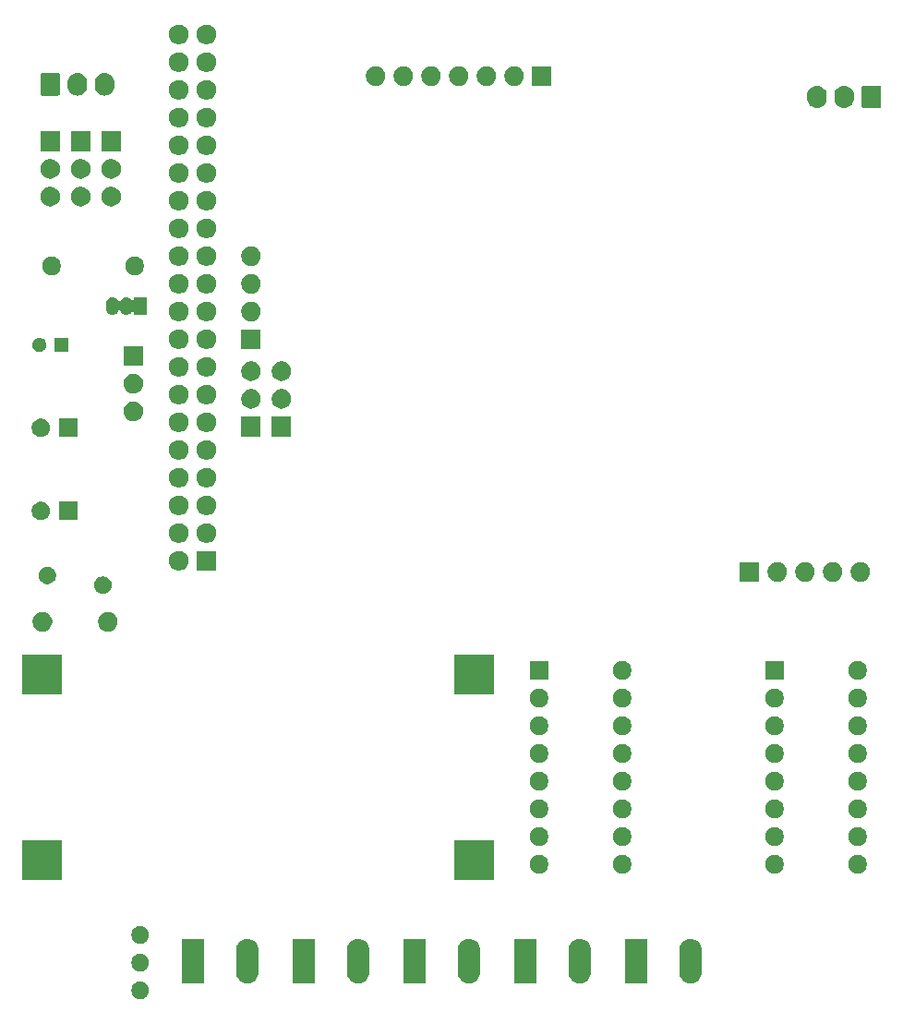
<source format=gbr>
G04 #@! TF.GenerationSoftware,KiCad,Pcbnew,5.1.5+dfsg1-2build2*
G04 #@! TF.CreationDate,2020-06-26T22:01:47+02:00*
G04 #@! TF.ProjectId,robo-car,726f626f-2d63-4617-922e-6b696361645f,rev?*
G04 #@! TF.SameCoordinates,Original*
G04 #@! TF.FileFunction,Soldermask,Bot*
G04 #@! TF.FilePolarity,Negative*
%FSLAX46Y46*%
G04 Gerber Fmt 4.6, Leading zero omitted, Abs format (unit mm)*
G04 Created by KiCad (PCBNEW 5.1.5+dfsg1-2build2) date 2020-06-26 22:01:47*
%MOMM*%
%LPD*%
G04 APERTURE LIST*
%ADD10C,0.100000*%
G04 APERTURE END LIST*
D10*
G36*
X11921142Y-95230242D02*
G01*
X12069101Y-95291529D01*
X12202255Y-95380499D01*
X12315501Y-95493745D01*
X12404471Y-95626899D01*
X12465758Y-95774858D01*
X12497000Y-95931925D01*
X12497000Y-96092075D01*
X12465758Y-96249142D01*
X12404471Y-96397101D01*
X12315501Y-96530255D01*
X12202255Y-96643501D01*
X12069101Y-96732471D01*
X11921142Y-96793758D01*
X11764075Y-96825000D01*
X11603925Y-96825000D01*
X11446858Y-96793758D01*
X11298899Y-96732471D01*
X11165745Y-96643501D01*
X11052499Y-96530255D01*
X10963529Y-96397101D01*
X10902242Y-96249142D01*
X10871000Y-96092075D01*
X10871000Y-95931925D01*
X10902242Y-95774858D01*
X10963529Y-95626899D01*
X11052499Y-95493745D01*
X11165745Y-95380499D01*
X11298899Y-95291529D01*
X11446858Y-95230242D01*
X11603925Y-95199000D01*
X11764075Y-95199000D01*
X11921142Y-95230242D01*
G37*
G36*
X21714071Y-91329063D02*
G01*
X21910300Y-91388589D01*
X22091146Y-91485253D01*
X22132437Y-91519140D01*
X22249660Y-91615340D01*
X22379748Y-91773855D01*
X22476410Y-91954697D01*
X22476411Y-91954699D01*
X22535937Y-92150928D01*
X22551000Y-92303868D01*
X22551000Y-94386132D01*
X22535937Y-94539072D01*
X22476411Y-94735301D01*
X22476410Y-94735303D01*
X22379748Y-94916145D01*
X22249660Y-95074660D01*
X22091145Y-95204748D01*
X22043447Y-95230243D01*
X21910301Y-95301411D01*
X21714072Y-95360937D01*
X21510000Y-95381036D01*
X21305929Y-95360937D01*
X21109700Y-95301411D01*
X20976554Y-95230243D01*
X20928856Y-95204748D01*
X20770341Y-95074660D01*
X20640253Y-94916145D01*
X20543591Y-94735303D01*
X20543590Y-94735301D01*
X20484064Y-94539072D01*
X20469001Y-94386132D01*
X20469000Y-92303869D01*
X20484063Y-92150929D01*
X20543589Y-91954700D01*
X20640253Y-91773854D01*
X20689573Y-91713757D01*
X20770340Y-91615340D01*
X20928855Y-91485252D01*
X21109697Y-91388590D01*
X21109699Y-91388589D01*
X21305928Y-91329063D01*
X21510000Y-91308964D01*
X21714071Y-91329063D01*
G37*
G36*
X62354071Y-91329063D02*
G01*
X62550300Y-91388589D01*
X62731146Y-91485253D01*
X62772437Y-91519140D01*
X62889660Y-91615340D01*
X63019748Y-91773855D01*
X63116410Y-91954697D01*
X63116411Y-91954699D01*
X63175937Y-92150928D01*
X63191000Y-92303868D01*
X63191000Y-94386132D01*
X63175937Y-94539072D01*
X63116411Y-94735301D01*
X63116410Y-94735303D01*
X63019748Y-94916145D01*
X62889660Y-95074660D01*
X62731145Y-95204748D01*
X62683447Y-95230243D01*
X62550301Y-95301411D01*
X62354072Y-95360937D01*
X62150000Y-95381036D01*
X61945929Y-95360937D01*
X61749700Y-95301411D01*
X61616554Y-95230243D01*
X61568856Y-95204748D01*
X61410341Y-95074660D01*
X61280253Y-94916145D01*
X61183591Y-94735303D01*
X61183590Y-94735301D01*
X61124064Y-94539072D01*
X61109001Y-94386132D01*
X61109000Y-92303869D01*
X61124063Y-92150929D01*
X61183589Y-91954700D01*
X61280253Y-91773854D01*
X61329573Y-91713757D01*
X61410340Y-91615340D01*
X61568855Y-91485252D01*
X61749697Y-91388590D01*
X61749699Y-91388589D01*
X61945928Y-91329063D01*
X62150000Y-91308964D01*
X62354071Y-91329063D01*
G37*
G36*
X52194071Y-91329063D02*
G01*
X52390300Y-91388589D01*
X52571146Y-91485253D01*
X52612437Y-91519140D01*
X52729660Y-91615340D01*
X52859748Y-91773855D01*
X52956410Y-91954697D01*
X52956411Y-91954699D01*
X53015937Y-92150928D01*
X53031000Y-92303868D01*
X53031000Y-94386132D01*
X53015937Y-94539072D01*
X52956411Y-94735301D01*
X52956410Y-94735303D01*
X52859748Y-94916145D01*
X52729660Y-95074660D01*
X52571145Y-95204748D01*
X52523447Y-95230243D01*
X52390301Y-95301411D01*
X52194072Y-95360937D01*
X51990000Y-95381036D01*
X51785929Y-95360937D01*
X51589700Y-95301411D01*
X51456554Y-95230243D01*
X51408856Y-95204748D01*
X51250341Y-95074660D01*
X51120253Y-94916145D01*
X51023591Y-94735303D01*
X51023590Y-94735301D01*
X50964064Y-94539072D01*
X50949001Y-94386132D01*
X50949000Y-92303869D01*
X50964063Y-92150929D01*
X51023589Y-91954700D01*
X51120253Y-91773854D01*
X51169573Y-91713757D01*
X51250340Y-91615340D01*
X51408855Y-91485252D01*
X51589697Y-91388590D01*
X51589699Y-91388589D01*
X51785928Y-91329063D01*
X51990000Y-91308964D01*
X52194071Y-91329063D01*
G37*
G36*
X31874071Y-91329063D02*
G01*
X32070300Y-91388589D01*
X32251146Y-91485253D01*
X32292437Y-91519140D01*
X32409660Y-91615340D01*
X32539748Y-91773855D01*
X32636410Y-91954697D01*
X32636411Y-91954699D01*
X32695937Y-92150928D01*
X32711000Y-92303868D01*
X32711000Y-94386132D01*
X32695937Y-94539072D01*
X32636411Y-94735301D01*
X32636410Y-94735303D01*
X32539748Y-94916145D01*
X32409660Y-95074660D01*
X32251145Y-95204748D01*
X32203447Y-95230243D01*
X32070301Y-95301411D01*
X31874072Y-95360937D01*
X31670000Y-95381036D01*
X31465929Y-95360937D01*
X31269700Y-95301411D01*
X31136554Y-95230243D01*
X31088856Y-95204748D01*
X30930341Y-95074660D01*
X30800253Y-94916145D01*
X30703591Y-94735303D01*
X30703590Y-94735301D01*
X30644064Y-94539072D01*
X30629001Y-94386132D01*
X30629000Y-92303869D01*
X30644063Y-92150929D01*
X30703589Y-91954700D01*
X30800253Y-91773854D01*
X30849573Y-91713757D01*
X30930340Y-91615340D01*
X31088855Y-91485252D01*
X31269697Y-91388590D01*
X31269699Y-91388589D01*
X31465928Y-91329063D01*
X31670000Y-91308964D01*
X31874071Y-91329063D01*
G37*
G36*
X42034071Y-91329063D02*
G01*
X42230300Y-91388589D01*
X42411146Y-91485253D01*
X42452437Y-91519140D01*
X42569660Y-91615340D01*
X42699748Y-91773855D01*
X42796410Y-91954697D01*
X42796411Y-91954699D01*
X42855937Y-92150928D01*
X42871000Y-92303868D01*
X42871000Y-94386132D01*
X42855937Y-94539072D01*
X42796411Y-94735301D01*
X42796410Y-94735303D01*
X42699748Y-94916145D01*
X42569660Y-95074660D01*
X42411145Y-95204748D01*
X42363447Y-95230243D01*
X42230301Y-95301411D01*
X42034072Y-95360937D01*
X41830000Y-95381036D01*
X41625929Y-95360937D01*
X41429700Y-95301411D01*
X41296554Y-95230243D01*
X41248856Y-95204748D01*
X41090341Y-95074660D01*
X40960253Y-94916145D01*
X40863591Y-94735303D01*
X40863590Y-94735301D01*
X40804064Y-94539072D01*
X40789001Y-94386132D01*
X40789000Y-92303869D01*
X40804063Y-92150929D01*
X40863589Y-91954700D01*
X40960253Y-91773854D01*
X41009573Y-91713757D01*
X41090340Y-91615340D01*
X41248855Y-91485252D01*
X41429697Y-91388590D01*
X41429699Y-91388589D01*
X41625928Y-91329063D01*
X41830000Y-91308964D01*
X42034071Y-91329063D01*
G37*
G36*
X27711000Y-95376000D02*
G01*
X25629000Y-95376000D01*
X25629000Y-91314000D01*
X27711000Y-91314000D01*
X27711000Y-95376000D01*
G37*
G36*
X17551000Y-95376000D02*
G01*
X15469000Y-95376000D01*
X15469000Y-91314000D01*
X17551000Y-91314000D01*
X17551000Y-95376000D01*
G37*
G36*
X37871000Y-95376000D02*
G01*
X35789000Y-95376000D01*
X35789000Y-91314000D01*
X37871000Y-91314000D01*
X37871000Y-95376000D01*
G37*
G36*
X48031000Y-95376000D02*
G01*
X45949000Y-95376000D01*
X45949000Y-91314000D01*
X48031000Y-91314000D01*
X48031000Y-95376000D01*
G37*
G36*
X58191000Y-95376000D02*
G01*
X56109000Y-95376000D01*
X56109000Y-91314000D01*
X58191000Y-91314000D01*
X58191000Y-95376000D01*
G37*
G36*
X11921142Y-92690242D02*
G01*
X12069101Y-92751529D01*
X12202255Y-92840499D01*
X12315501Y-92953745D01*
X12404471Y-93086899D01*
X12465758Y-93234858D01*
X12497000Y-93391925D01*
X12497000Y-93552075D01*
X12465758Y-93709142D01*
X12404471Y-93857101D01*
X12315501Y-93990255D01*
X12202255Y-94103501D01*
X12069101Y-94192471D01*
X11921142Y-94253758D01*
X11764075Y-94285000D01*
X11603925Y-94285000D01*
X11446858Y-94253758D01*
X11298899Y-94192471D01*
X11165745Y-94103501D01*
X11052499Y-93990255D01*
X10963529Y-93857101D01*
X10902242Y-93709142D01*
X10871000Y-93552075D01*
X10871000Y-93391925D01*
X10902242Y-93234858D01*
X10963529Y-93086899D01*
X11052499Y-92953745D01*
X11165745Y-92840499D01*
X11298899Y-92751529D01*
X11446858Y-92690242D01*
X11603925Y-92659000D01*
X11764075Y-92659000D01*
X11921142Y-92690242D01*
G37*
G36*
X11921142Y-90150242D02*
G01*
X12069101Y-90211529D01*
X12202255Y-90300499D01*
X12315501Y-90413745D01*
X12404471Y-90546899D01*
X12465758Y-90694858D01*
X12497000Y-90851925D01*
X12497000Y-91012075D01*
X12465758Y-91169142D01*
X12404471Y-91317101D01*
X12315501Y-91450255D01*
X12202255Y-91563501D01*
X12069101Y-91652471D01*
X11921142Y-91713758D01*
X11764075Y-91745000D01*
X11603925Y-91745000D01*
X11446858Y-91713758D01*
X11298899Y-91652471D01*
X11165745Y-91563501D01*
X11052499Y-91450255D01*
X10963529Y-91317101D01*
X10902242Y-91169142D01*
X10871000Y-91012075D01*
X10871000Y-90851925D01*
X10902242Y-90694858D01*
X10963529Y-90546899D01*
X11052499Y-90413745D01*
X11165745Y-90300499D01*
X11298899Y-90211529D01*
X11446858Y-90150242D01*
X11603925Y-90119000D01*
X11764075Y-90119000D01*
X11921142Y-90150242D01*
G37*
G36*
X4480000Y-85887000D02*
G01*
X854000Y-85887000D01*
X854000Y-82261000D01*
X4480000Y-82261000D01*
X4480000Y-85887000D01*
G37*
G36*
X44104000Y-85887000D02*
G01*
X40478000Y-85887000D01*
X40478000Y-82261000D01*
X44104000Y-82261000D01*
X44104000Y-85887000D01*
G37*
G36*
X77718228Y-83636703D02*
G01*
X77873100Y-83700853D01*
X78012481Y-83793985D01*
X78131015Y-83912519D01*
X78224147Y-84051900D01*
X78288297Y-84206772D01*
X78321000Y-84371184D01*
X78321000Y-84538816D01*
X78288297Y-84703228D01*
X78224147Y-84858100D01*
X78131015Y-84997481D01*
X78012481Y-85116015D01*
X77873100Y-85209147D01*
X77718228Y-85273297D01*
X77553816Y-85306000D01*
X77386184Y-85306000D01*
X77221772Y-85273297D01*
X77066900Y-85209147D01*
X76927519Y-85116015D01*
X76808985Y-84997481D01*
X76715853Y-84858100D01*
X76651703Y-84703228D01*
X76619000Y-84538816D01*
X76619000Y-84371184D01*
X76651703Y-84206772D01*
X76715853Y-84051900D01*
X76808985Y-83912519D01*
X76927519Y-83793985D01*
X77066900Y-83700853D01*
X77221772Y-83636703D01*
X77386184Y-83604000D01*
X77553816Y-83604000D01*
X77718228Y-83636703D01*
G37*
G36*
X56128228Y-83636703D02*
G01*
X56283100Y-83700853D01*
X56422481Y-83793985D01*
X56541015Y-83912519D01*
X56634147Y-84051900D01*
X56698297Y-84206772D01*
X56731000Y-84371184D01*
X56731000Y-84538816D01*
X56698297Y-84703228D01*
X56634147Y-84858100D01*
X56541015Y-84997481D01*
X56422481Y-85116015D01*
X56283100Y-85209147D01*
X56128228Y-85273297D01*
X55963816Y-85306000D01*
X55796184Y-85306000D01*
X55631772Y-85273297D01*
X55476900Y-85209147D01*
X55337519Y-85116015D01*
X55218985Y-84997481D01*
X55125853Y-84858100D01*
X55061703Y-84703228D01*
X55029000Y-84538816D01*
X55029000Y-84371184D01*
X55061703Y-84206772D01*
X55125853Y-84051900D01*
X55218985Y-83912519D01*
X55337519Y-83793985D01*
X55476900Y-83700853D01*
X55631772Y-83636703D01*
X55796184Y-83604000D01*
X55963816Y-83604000D01*
X56128228Y-83636703D01*
G37*
G36*
X70098228Y-83636703D02*
G01*
X70253100Y-83700853D01*
X70392481Y-83793985D01*
X70511015Y-83912519D01*
X70604147Y-84051900D01*
X70668297Y-84206772D01*
X70701000Y-84371184D01*
X70701000Y-84538816D01*
X70668297Y-84703228D01*
X70604147Y-84858100D01*
X70511015Y-84997481D01*
X70392481Y-85116015D01*
X70253100Y-85209147D01*
X70098228Y-85273297D01*
X69933816Y-85306000D01*
X69766184Y-85306000D01*
X69601772Y-85273297D01*
X69446900Y-85209147D01*
X69307519Y-85116015D01*
X69188985Y-84997481D01*
X69095853Y-84858100D01*
X69031703Y-84703228D01*
X68999000Y-84538816D01*
X68999000Y-84371184D01*
X69031703Y-84206772D01*
X69095853Y-84051900D01*
X69188985Y-83912519D01*
X69307519Y-83793985D01*
X69446900Y-83700853D01*
X69601772Y-83636703D01*
X69766184Y-83604000D01*
X69933816Y-83604000D01*
X70098228Y-83636703D01*
G37*
G36*
X48508228Y-83636703D02*
G01*
X48663100Y-83700853D01*
X48802481Y-83793985D01*
X48921015Y-83912519D01*
X49014147Y-84051900D01*
X49078297Y-84206772D01*
X49111000Y-84371184D01*
X49111000Y-84538816D01*
X49078297Y-84703228D01*
X49014147Y-84858100D01*
X48921015Y-84997481D01*
X48802481Y-85116015D01*
X48663100Y-85209147D01*
X48508228Y-85273297D01*
X48343816Y-85306000D01*
X48176184Y-85306000D01*
X48011772Y-85273297D01*
X47856900Y-85209147D01*
X47717519Y-85116015D01*
X47598985Y-84997481D01*
X47505853Y-84858100D01*
X47441703Y-84703228D01*
X47409000Y-84538816D01*
X47409000Y-84371184D01*
X47441703Y-84206772D01*
X47505853Y-84051900D01*
X47598985Y-83912519D01*
X47717519Y-83793985D01*
X47856900Y-83700853D01*
X48011772Y-83636703D01*
X48176184Y-83604000D01*
X48343816Y-83604000D01*
X48508228Y-83636703D01*
G37*
G36*
X70098228Y-81096703D02*
G01*
X70253100Y-81160853D01*
X70392481Y-81253985D01*
X70511015Y-81372519D01*
X70604147Y-81511900D01*
X70668297Y-81666772D01*
X70701000Y-81831184D01*
X70701000Y-81998816D01*
X70668297Y-82163228D01*
X70604147Y-82318100D01*
X70511015Y-82457481D01*
X70392481Y-82576015D01*
X70253100Y-82669147D01*
X70098228Y-82733297D01*
X69933816Y-82766000D01*
X69766184Y-82766000D01*
X69601772Y-82733297D01*
X69446900Y-82669147D01*
X69307519Y-82576015D01*
X69188985Y-82457481D01*
X69095853Y-82318100D01*
X69031703Y-82163228D01*
X68999000Y-81998816D01*
X68999000Y-81831184D01*
X69031703Y-81666772D01*
X69095853Y-81511900D01*
X69188985Y-81372519D01*
X69307519Y-81253985D01*
X69446900Y-81160853D01*
X69601772Y-81096703D01*
X69766184Y-81064000D01*
X69933816Y-81064000D01*
X70098228Y-81096703D01*
G37*
G36*
X48508228Y-81096703D02*
G01*
X48663100Y-81160853D01*
X48802481Y-81253985D01*
X48921015Y-81372519D01*
X49014147Y-81511900D01*
X49078297Y-81666772D01*
X49111000Y-81831184D01*
X49111000Y-81998816D01*
X49078297Y-82163228D01*
X49014147Y-82318100D01*
X48921015Y-82457481D01*
X48802481Y-82576015D01*
X48663100Y-82669147D01*
X48508228Y-82733297D01*
X48343816Y-82766000D01*
X48176184Y-82766000D01*
X48011772Y-82733297D01*
X47856900Y-82669147D01*
X47717519Y-82576015D01*
X47598985Y-82457481D01*
X47505853Y-82318100D01*
X47441703Y-82163228D01*
X47409000Y-81998816D01*
X47409000Y-81831184D01*
X47441703Y-81666772D01*
X47505853Y-81511900D01*
X47598985Y-81372519D01*
X47717519Y-81253985D01*
X47856900Y-81160853D01*
X48011772Y-81096703D01*
X48176184Y-81064000D01*
X48343816Y-81064000D01*
X48508228Y-81096703D01*
G37*
G36*
X56128228Y-81096703D02*
G01*
X56283100Y-81160853D01*
X56422481Y-81253985D01*
X56541015Y-81372519D01*
X56634147Y-81511900D01*
X56698297Y-81666772D01*
X56731000Y-81831184D01*
X56731000Y-81998816D01*
X56698297Y-82163228D01*
X56634147Y-82318100D01*
X56541015Y-82457481D01*
X56422481Y-82576015D01*
X56283100Y-82669147D01*
X56128228Y-82733297D01*
X55963816Y-82766000D01*
X55796184Y-82766000D01*
X55631772Y-82733297D01*
X55476900Y-82669147D01*
X55337519Y-82576015D01*
X55218985Y-82457481D01*
X55125853Y-82318100D01*
X55061703Y-82163228D01*
X55029000Y-81998816D01*
X55029000Y-81831184D01*
X55061703Y-81666772D01*
X55125853Y-81511900D01*
X55218985Y-81372519D01*
X55337519Y-81253985D01*
X55476900Y-81160853D01*
X55631772Y-81096703D01*
X55796184Y-81064000D01*
X55963816Y-81064000D01*
X56128228Y-81096703D01*
G37*
G36*
X77718228Y-81096703D02*
G01*
X77873100Y-81160853D01*
X78012481Y-81253985D01*
X78131015Y-81372519D01*
X78224147Y-81511900D01*
X78288297Y-81666772D01*
X78321000Y-81831184D01*
X78321000Y-81998816D01*
X78288297Y-82163228D01*
X78224147Y-82318100D01*
X78131015Y-82457481D01*
X78012481Y-82576015D01*
X77873100Y-82669147D01*
X77718228Y-82733297D01*
X77553816Y-82766000D01*
X77386184Y-82766000D01*
X77221772Y-82733297D01*
X77066900Y-82669147D01*
X76927519Y-82576015D01*
X76808985Y-82457481D01*
X76715853Y-82318100D01*
X76651703Y-82163228D01*
X76619000Y-81998816D01*
X76619000Y-81831184D01*
X76651703Y-81666772D01*
X76715853Y-81511900D01*
X76808985Y-81372519D01*
X76927519Y-81253985D01*
X77066900Y-81160853D01*
X77221772Y-81096703D01*
X77386184Y-81064000D01*
X77553816Y-81064000D01*
X77718228Y-81096703D01*
G37*
G36*
X70098228Y-78556703D02*
G01*
X70253100Y-78620853D01*
X70392481Y-78713985D01*
X70511015Y-78832519D01*
X70604147Y-78971900D01*
X70668297Y-79126772D01*
X70701000Y-79291184D01*
X70701000Y-79458816D01*
X70668297Y-79623228D01*
X70604147Y-79778100D01*
X70511015Y-79917481D01*
X70392481Y-80036015D01*
X70253100Y-80129147D01*
X70098228Y-80193297D01*
X69933816Y-80226000D01*
X69766184Y-80226000D01*
X69601772Y-80193297D01*
X69446900Y-80129147D01*
X69307519Y-80036015D01*
X69188985Y-79917481D01*
X69095853Y-79778100D01*
X69031703Y-79623228D01*
X68999000Y-79458816D01*
X68999000Y-79291184D01*
X69031703Y-79126772D01*
X69095853Y-78971900D01*
X69188985Y-78832519D01*
X69307519Y-78713985D01*
X69446900Y-78620853D01*
X69601772Y-78556703D01*
X69766184Y-78524000D01*
X69933816Y-78524000D01*
X70098228Y-78556703D01*
G37*
G36*
X77718228Y-78556703D02*
G01*
X77873100Y-78620853D01*
X78012481Y-78713985D01*
X78131015Y-78832519D01*
X78224147Y-78971900D01*
X78288297Y-79126772D01*
X78321000Y-79291184D01*
X78321000Y-79458816D01*
X78288297Y-79623228D01*
X78224147Y-79778100D01*
X78131015Y-79917481D01*
X78012481Y-80036015D01*
X77873100Y-80129147D01*
X77718228Y-80193297D01*
X77553816Y-80226000D01*
X77386184Y-80226000D01*
X77221772Y-80193297D01*
X77066900Y-80129147D01*
X76927519Y-80036015D01*
X76808985Y-79917481D01*
X76715853Y-79778100D01*
X76651703Y-79623228D01*
X76619000Y-79458816D01*
X76619000Y-79291184D01*
X76651703Y-79126772D01*
X76715853Y-78971900D01*
X76808985Y-78832519D01*
X76927519Y-78713985D01*
X77066900Y-78620853D01*
X77221772Y-78556703D01*
X77386184Y-78524000D01*
X77553816Y-78524000D01*
X77718228Y-78556703D01*
G37*
G36*
X56128228Y-78556703D02*
G01*
X56283100Y-78620853D01*
X56422481Y-78713985D01*
X56541015Y-78832519D01*
X56634147Y-78971900D01*
X56698297Y-79126772D01*
X56731000Y-79291184D01*
X56731000Y-79458816D01*
X56698297Y-79623228D01*
X56634147Y-79778100D01*
X56541015Y-79917481D01*
X56422481Y-80036015D01*
X56283100Y-80129147D01*
X56128228Y-80193297D01*
X55963816Y-80226000D01*
X55796184Y-80226000D01*
X55631772Y-80193297D01*
X55476900Y-80129147D01*
X55337519Y-80036015D01*
X55218985Y-79917481D01*
X55125853Y-79778100D01*
X55061703Y-79623228D01*
X55029000Y-79458816D01*
X55029000Y-79291184D01*
X55061703Y-79126772D01*
X55125853Y-78971900D01*
X55218985Y-78832519D01*
X55337519Y-78713985D01*
X55476900Y-78620853D01*
X55631772Y-78556703D01*
X55796184Y-78524000D01*
X55963816Y-78524000D01*
X56128228Y-78556703D01*
G37*
G36*
X48508228Y-78556703D02*
G01*
X48663100Y-78620853D01*
X48802481Y-78713985D01*
X48921015Y-78832519D01*
X49014147Y-78971900D01*
X49078297Y-79126772D01*
X49111000Y-79291184D01*
X49111000Y-79458816D01*
X49078297Y-79623228D01*
X49014147Y-79778100D01*
X48921015Y-79917481D01*
X48802481Y-80036015D01*
X48663100Y-80129147D01*
X48508228Y-80193297D01*
X48343816Y-80226000D01*
X48176184Y-80226000D01*
X48011772Y-80193297D01*
X47856900Y-80129147D01*
X47717519Y-80036015D01*
X47598985Y-79917481D01*
X47505853Y-79778100D01*
X47441703Y-79623228D01*
X47409000Y-79458816D01*
X47409000Y-79291184D01*
X47441703Y-79126772D01*
X47505853Y-78971900D01*
X47598985Y-78832519D01*
X47717519Y-78713985D01*
X47856900Y-78620853D01*
X48011772Y-78556703D01*
X48176184Y-78524000D01*
X48343816Y-78524000D01*
X48508228Y-78556703D01*
G37*
G36*
X77718228Y-76016703D02*
G01*
X77873100Y-76080853D01*
X78012481Y-76173985D01*
X78131015Y-76292519D01*
X78224147Y-76431900D01*
X78288297Y-76586772D01*
X78321000Y-76751184D01*
X78321000Y-76918816D01*
X78288297Y-77083228D01*
X78224147Y-77238100D01*
X78131015Y-77377481D01*
X78012481Y-77496015D01*
X77873100Y-77589147D01*
X77718228Y-77653297D01*
X77553816Y-77686000D01*
X77386184Y-77686000D01*
X77221772Y-77653297D01*
X77066900Y-77589147D01*
X76927519Y-77496015D01*
X76808985Y-77377481D01*
X76715853Y-77238100D01*
X76651703Y-77083228D01*
X76619000Y-76918816D01*
X76619000Y-76751184D01*
X76651703Y-76586772D01*
X76715853Y-76431900D01*
X76808985Y-76292519D01*
X76927519Y-76173985D01*
X77066900Y-76080853D01*
X77221772Y-76016703D01*
X77386184Y-75984000D01*
X77553816Y-75984000D01*
X77718228Y-76016703D01*
G37*
G36*
X70098228Y-76016703D02*
G01*
X70253100Y-76080853D01*
X70392481Y-76173985D01*
X70511015Y-76292519D01*
X70604147Y-76431900D01*
X70668297Y-76586772D01*
X70701000Y-76751184D01*
X70701000Y-76918816D01*
X70668297Y-77083228D01*
X70604147Y-77238100D01*
X70511015Y-77377481D01*
X70392481Y-77496015D01*
X70253100Y-77589147D01*
X70098228Y-77653297D01*
X69933816Y-77686000D01*
X69766184Y-77686000D01*
X69601772Y-77653297D01*
X69446900Y-77589147D01*
X69307519Y-77496015D01*
X69188985Y-77377481D01*
X69095853Y-77238100D01*
X69031703Y-77083228D01*
X68999000Y-76918816D01*
X68999000Y-76751184D01*
X69031703Y-76586772D01*
X69095853Y-76431900D01*
X69188985Y-76292519D01*
X69307519Y-76173985D01*
X69446900Y-76080853D01*
X69601772Y-76016703D01*
X69766184Y-75984000D01*
X69933816Y-75984000D01*
X70098228Y-76016703D01*
G37*
G36*
X56128228Y-76016703D02*
G01*
X56283100Y-76080853D01*
X56422481Y-76173985D01*
X56541015Y-76292519D01*
X56634147Y-76431900D01*
X56698297Y-76586772D01*
X56731000Y-76751184D01*
X56731000Y-76918816D01*
X56698297Y-77083228D01*
X56634147Y-77238100D01*
X56541015Y-77377481D01*
X56422481Y-77496015D01*
X56283100Y-77589147D01*
X56128228Y-77653297D01*
X55963816Y-77686000D01*
X55796184Y-77686000D01*
X55631772Y-77653297D01*
X55476900Y-77589147D01*
X55337519Y-77496015D01*
X55218985Y-77377481D01*
X55125853Y-77238100D01*
X55061703Y-77083228D01*
X55029000Y-76918816D01*
X55029000Y-76751184D01*
X55061703Y-76586772D01*
X55125853Y-76431900D01*
X55218985Y-76292519D01*
X55337519Y-76173985D01*
X55476900Y-76080853D01*
X55631772Y-76016703D01*
X55796184Y-75984000D01*
X55963816Y-75984000D01*
X56128228Y-76016703D01*
G37*
G36*
X48508228Y-76016703D02*
G01*
X48663100Y-76080853D01*
X48802481Y-76173985D01*
X48921015Y-76292519D01*
X49014147Y-76431900D01*
X49078297Y-76586772D01*
X49111000Y-76751184D01*
X49111000Y-76918816D01*
X49078297Y-77083228D01*
X49014147Y-77238100D01*
X48921015Y-77377481D01*
X48802481Y-77496015D01*
X48663100Y-77589147D01*
X48508228Y-77653297D01*
X48343816Y-77686000D01*
X48176184Y-77686000D01*
X48011772Y-77653297D01*
X47856900Y-77589147D01*
X47717519Y-77496015D01*
X47598985Y-77377481D01*
X47505853Y-77238100D01*
X47441703Y-77083228D01*
X47409000Y-76918816D01*
X47409000Y-76751184D01*
X47441703Y-76586772D01*
X47505853Y-76431900D01*
X47598985Y-76292519D01*
X47717519Y-76173985D01*
X47856900Y-76080853D01*
X48011772Y-76016703D01*
X48176184Y-75984000D01*
X48343816Y-75984000D01*
X48508228Y-76016703D01*
G37*
G36*
X48508228Y-73476703D02*
G01*
X48663100Y-73540853D01*
X48802481Y-73633985D01*
X48921015Y-73752519D01*
X49014147Y-73891900D01*
X49078297Y-74046772D01*
X49111000Y-74211184D01*
X49111000Y-74378816D01*
X49078297Y-74543228D01*
X49014147Y-74698100D01*
X48921015Y-74837481D01*
X48802481Y-74956015D01*
X48663100Y-75049147D01*
X48508228Y-75113297D01*
X48343816Y-75146000D01*
X48176184Y-75146000D01*
X48011772Y-75113297D01*
X47856900Y-75049147D01*
X47717519Y-74956015D01*
X47598985Y-74837481D01*
X47505853Y-74698100D01*
X47441703Y-74543228D01*
X47409000Y-74378816D01*
X47409000Y-74211184D01*
X47441703Y-74046772D01*
X47505853Y-73891900D01*
X47598985Y-73752519D01*
X47717519Y-73633985D01*
X47856900Y-73540853D01*
X48011772Y-73476703D01*
X48176184Y-73444000D01*
X48343816Y-73444000D01*
X48508228Y-73476703D01*
G37*
G36*
X56128228Y-73476703D02*
G01*
X56283100Y-73540853D01*
X56422481Y-73633985D01*
X56541015Y-73752519D01*
X56634147Y-73891900D01*
X56698297Y-74046772D01*
X56731000Y-74211184D01*
X56731000Y-74378816D01*
X56698297Y-74543228D01*
X56634147Y-74698100D01*
X56541015Y-74837481D01*
X56422481Y-74956015D01*
X56283100Y-75049147D01*
X56128228Y-75113297D01*
X55963816Y-75146000D01*
X55796184Y-75146000D01*
X55631772Y-75113297D01*
X55476900Y-75049147D01*
X55337519Y-74956015D01*
X55218985Y-74837481D01*
X55125853Y-74698100D01*
X55061703Y-74543228D01*
X55029000Y-74378816D01*
X55029000Y-74211184D01*
X55061703Y-74046772D01*
X55125853Y-73891900D01*
X55218985Y-73752519D01*
X55337519Y-73633985D01*
X55476900Y-73540853D01*
X55631772Y-73476703D01*
X55796184Y-73444000D01*
X55963816Y-73444000D01*
X56128228Y-73476703D01*
G37*
G36*
X70098228Y-73476703D02*
G01*
X70253100Y-73540853D01*
X70392481Y-73633985D01*
X70511015Y-73752519D01*
X70604147Y-73891900D01*
X70668297Y-74046772D01*
X70701000Y-74211184D01*
X70701000Y-74378816D01*
X70668297Y-74543228D01*
X70604147Y-74698100D01*
X70511015Y-74837481D01*
X70392481Y-74956015D01*
X70253100Y-75049147D01*
X70098228Y-75113297D01*
X69933816Y-75146000D01*
X69766184Y-75146000D01*
X69601772Y-75113297D01*
X69446900Y-75049147D01*
X69307519Y-74956015D01*
X69188985Y-74837481D01*
X69095853Y-74698100D01*
X69031703Y-74543228D01*
X68999000Y-74378816D01*
X68999000Y-74211184D01*
X69031703Y-74046772D01*
X69095853Y-73891900D01*
X69188985Y-73752519D01*
X69307519Y-73633985D01*
X69446900Y-73540853D01*
X69601772Y-73476703D01*
X69766184Y-73444000D01*
X69933816Y-73444000D01*
X70098228Y-73476703D01*
G37*
G36*
X77718228Y-73476703D02*
G01*
X77873100Y-73540853D01*
X78012481Y-73633985D01*
X78131015Y-73752519D01*
X78224147Y-73891900D01*
X78288297Y-74046772D01*
X78321000Y-74211184D01*
X78321000Y-74378816D01*
X78288297Y-74543228D01*
X78224147Y-74698100D01*
X78131015Y-74837481D01*
X78012481Y-74956015D01*
X77873100Y-75049147D01*
X77718228Y-75113297D01*
X77553816Y-75146000D01*
X77386184Y-75146000D01*
X77221772Y-75113297D01*
X77066900Y-75049147D01*
X76927519Y-74956015D01*
X76808985Y-74837481D01*
X76715853Y-74698100D01*
X76651703Y-74543228D01*
X76619000Y-74378816D01*
X76619000Y-74211184D01*
X76651703Y-74046772D01*
X76715853Y-73891900D01*
X76808985Y-73752519D01*
X76927519Y-73633985D01*
X77066900Y-73540853D01*
X77221772Y-73476703D01*
X77386184Y-73444000D01*
X77553816Y-73444000D01*
X77718228Y-73476703D01*
G37*
G36*
X48508228Y-70936703D02*
G01*
X48663100Y-71000853D01*
X48802481Y-71093985D01*
X48921015Y-71212519D01*
X49014147Y-71351900D01*
X49078297Y-71506772D01*
X49111000Y-71671184D01*
X49111000Y-71838816D01*
X49078297Y-72003228D01*
X49014147Y-72158100D01*
X48921015Y-72297481D01*
X48802481Y-72416015D01*
X48663100Y-72509147D01*
X48508228Y-72573297D01*
X48343816Y-72606000D01*
X48176184Y-72606000D01*
X48011772Y-72573297D01*
X47856900Y-72509147D01*
X47717519Y-72416015D01*
X47598985Y-72297481D01*
X47505853Y-72158100D01*
X47441703Y-72003228D01*
X47409000Y-71838816D01*
X47409000Y-71671184D01*
X47441703Y-71506772D01*
X47505853Y-71351900D01*
X47598985Y-71212519D01*
X47717519Y-71093985D01*
X47856900Y-71000853D01*
X48011772Y-70936703D01*
X48176184Y-70904000D01*
X48343816Y-70904000D01*
X48508228Y-70936703D01*
G37*
G36*
X70098228Y-70936703D02*
G01*
X70253100Y-71000853D01*
X70392481Y-71093985D01*
X70511015Y-71212519D01*
X70604147Y-71351900D01*
X70668297Y-71506772D01*
X70701000Y-71671184D01*
X70701000Y-71838816D01*
X70668297Y-72003228D01*
X70604147Y-72158100D01*
X70511015Y-72297481D01*
X70392481Y-72416015D01*
X70253100Y-72509147D01*
X70098228Y-72573297D01*
X69933816Y-72606000D01*
X69766184Y-72606000D01*
X69601772Y-72573297D01*
X69446900Y-72509147D01*
X69307519Y-72416015D01*
X69188985Y-72297481D01*
X69095853Y-72158100D01*
X69031703Y-72003228D01*
X68999000Y-71838816D01*
X68999000Y-71671184D01*
X69031703Y-71506772D01*
X69095853Y-71351900D01*
X69188985Y-71212519D01*
X69307519Y-71093985D01*
X69446900Y-71000853D01*
X69601772Y-70936703D01*
X69766184Y-70904000D01*
X69933816Y-70904000D01*
X70098228Y-70936703D01*
G37*
G36*
X77718228Y-70936703D02*
G01*
X77873100Y-71000853D01*
X78012481Y-71093985D01*
X78131015Y-71212519D01*
X78224147Y-71351900D01*
X78288297Y-71506772D01*
X78321000Y-71671184D01*
X78321000Y-71838816D01*
X78288297Y-72003228D01*
X78224147Y-72158100D01*
X78131015Y-72297481D01*
X78012481Y-72416015D01*
X77873100Y-72509147D01*
X77718228Y-72573297D01*
X77553816Y-72606000D01*
X77386184Y-72606000D01*
X77221772Y-72573297D01*
X77066900Y-72509147D01*
X76927519Y-72416015D01*
X76808985Y-72297481D01*
X76715853Y-72158100D01*
X76651703Y-72003228D01*
X76619000Y-71838816D01*
X76619000Y-71671184D01*
X76651703Y-71506772D01*
X76715853Y-71351900D01*
X76808985Y-71212519D01*
X76927519Y-71093985D01*
X77066900Y-71000853D01*
X77221772Y-70936703D01*
X77386184Y-70904000D01*
X77553816Y-70904000D01*
X77718228Y-70936703D01*
G37*
G36*
X56128228Y-70936703D02*
G01*
X56283100Y-71000853D01*
X56422481Y-71093985D01*
X56541015Y-71212519D01*
X56634147Y-71351900D01*
X56698297Y-71506772D01*
X56731000Y-71671184D01*
X56731000Y-71838816D01*
X56698297Y-72003228D01*
X56634147Y-72158100D01*
X56541015Y-72297481D01*
X56422481Y-72416015D01*
X56283100Y-72509147D01*
X56128228Y-72573297D01*
X55963816Y-72606000D01*
X55796184Y-72606000D01*
X55631772Y-72573297D01*
X55476900Y-72509147D01*
X55337519Y-72416015D01*
X55218985Y-72297481D01*
X55125853Y-72158100D01*
X55061703Y-72003228D01*
X55029000Y-71838816D01*
X55029000Y-71671184D01*
X55061703Y-71506772D01*
X55125853Y-71351900D01*
X55218985Y-71212519D01*
X55337519Y-71093985D01*
X55476900Y-71000853D01*
X55631772Y-70936703D01*
X55796184Y-70904000D01*
X55963816Y-70904000D01*
X56128228Y-70936703D01*
G37*
G36*
X77718228Y-68396703D02*
G01*
X77873100Y-68460853D01*
X78012481Y-68553985D01*
X78131015Y-68672519D01*
X78224147Y-68811900D01*
X78288297Y-68966772D01*
X78321000Y-69131184D01*
X78321000Y-69298816D01*
X78288297Y-69463228D01*
X78224147Y-69618100D01*
X78131015Y-69757481D01*
X78012481Y-69876015D01*
X77873100Y-69969147D01*
X77718228Y-70033297D01*
X77553816Y-70066000D01*
X77386184Y-70066000D01*
X77221772Y-70033297D01*
X77066900Y-69969147D01*
X76927519Y-69876015D01*
X76808985Y-69757481D01*
X76715853Y-69618100D01*
X76651703Y-69463228D01*
X76619000Y-69298816D01*
X76619000Y-69131184D01*
X76651703Y-68966772D01*
X76715853Y-68811900D01*
X76808985Y-68672519D01*
X76927519Y-68553985D01*
X77066900Y-68460853D01*
X77221772Y-68396703D01*
X77386184Y-68364000D01*
X77553816Y-68364000D01*
X77718228Y-68396703D01*
G37*
G36*
X48508228Y-68396703D02*
G01*
X48663100Y-68460853D01*
X48802481Y-68553985D01*
X48921015Y-68672519D01*
X49014147Y-68811900D01*
X49078297Y-68966772D01*
X49111000Y-69131184D01*
X49111000Y-69298816D01*
X49078297Y-69463228D01*
X49014147Y-69618100D01*
X48921015Y-69757481D01*
X48802481Y-69876015D01*
X48663100Y-69969147D01*
X48508228Y-70033297D01*
X48343816Y-70066000D01*
X48176184Y-70066000D01*
X48011772Y-70033297D01*
X47856900Y-69969147D01*
X47717519Y-69876015D01*
X47598985Y-69757481D01*
X47505853Y-69618100D01*
X47441703Y-69463228D01*
X47409000Y-69298816D01*
X47409000Y-69131184D01*
X47441703Y-68966772D01*
X47505853Y-68811900D01*
X47598985Y-68672519D01*
X47717519Y-68553985D01*
X47856900Y-68460853D01*
X48011772Y-68396703D01*
X48176184Y-68364000D01*
X48343816Y-68364000D01*
X48508228Y-68396703D01*
G37*
G36*
X70098228Y-68396703D02*
G01*
X70253100Y-68460853D01*
X70392481Y-68553985D01*
X70511015Y-68672519D01*
X70604147Y-68811900D01*
X70668297Y-68966772D01*
X70701000Y-69131184D01*
X70701000Y-69298816D01*
X70668297Y-69463228D01*
X70604147Y-69618100D01*
X70511015Y-69757481D01*
X70392481Y-69876015D01*
X70253100Y-69969147D01*
X70098228Y-70033297D01*
X69933816Y-70066000D01*
X69766184Y-70066000D01*
X69601772Y-70033297D01*
X69446900Y-69969147D01*
X69307519Y-69876015D01*
X69188985Y-69757481D01*
X69095853Y-69618100D01*
X69031703Y-69463228D01*
X68999000Y-69298816D01*
X68999000Y-69131184D01*
X69031703Y-68966772D01*
X69095853Y-68811900D01*
X69188985Y-68672519D01*
X69307519Y-68553985D01*
X69446900Y-68460853D01*
X69601772Y-68396703D01*
X69766184Y-68364000D01*
X69933816Y-68364000D01*
X70098228Y-68396703D01*
G37*
G36*
X56128228Y-68396703D02*
G01*
X56283100Y-68460853D01*
X56422481Y-68553985D01*
X56541015Y-68672519D01*
X56634147Y-68811900D01*
X56698297Y-68966772D01*
X56731000Y-69131184D01*
X56731000Y-69298816D01*
X56698297Y-69463228D01*
X56634147Y-69618100D01*
X56541015Y-69757481D01*
X56422481Y-69876015D01*
X56283100Y-69969147D01*
X56128228Y-70033297D01*
X55963816Y-70066000D01*
X55796184Y-70066000D01*
X55631772Y-70033297D01*
X55476900Y-69969147D01*
X55337519Y-69876015D01*
X55218985Y-69757481D01*
X55125853Y-69618100D01*
X55061703Y-69463228D01*
X55029000Y-69298816D01*
X55029000Y-69131184D01*
X55061703Y-68966772D01*
X55125853Y-68811900D01*
X55218985Y-68672519D01*
X55337519Y-68553985D01*
X55476900Y-68460853D01*
X55631772Y-68396703D01*
X55796184Y-68364000D01*
X55963816Y-68364000D01*
X56128228Y-68396703D01*
G37*
G36*
X44104000Y-68869000D02*
G01*
X40478000Y-68869000D01*
X40478000Y-65243000D01*
X44104000Y-65243000D01*
X44104000Y-68869000D01*
G37*
G36*
X4480000Y-68869000D02*
G01*
X854000Y-68869000D01*
X854000Y-65243000D01*
X4480000Y-65243000D01*
X4480000Y-68869000D01*
G37*
G36*
X49111000Y-67526000D02*
G01*
X47409000Y-67526000D01*
X47409000Y-65824000D01*
X49111000Y-65824000D01*
X49111000Y-67526000D01*
G37*
G36*
X77718228Y-65856703D02*
G01*
X77873100Y-65920853D01*
X78012481Y-66013985D01*
X78131015Y-66132519D01*
X78224147Y-66271900D01*
X78288297Y-66426772D01*
X78321000Y-66591184D01*
X78321000Y-66758816D01*
X78288297Y-66923228D01*
X78224147Y-67078100D01*
X78131015Y-67217481D01*
X78012481Y-67336015D01*
X77873100Y-67429147D01*
X77718228Y-67493297D01*
X77553816Y-67526000D01*
X77386184Y-67526000D01*
X77221772Y-67493297D01*
X77066900Y-67429147D01*
X76927519Y-67336015D01*
X76808985Y-67217481D01*
X76715853Y-67078100D01*
X76651703Y-66923228D01*
X76619000Y-66758816D01*
X76619000Y-66591184D01*
X76651703Y-66426772D01*
X76715853Y-66271900D01*
X76808985Y-66132519D01*
X76927519Y-66013985D01*
X77066900Y-65920853D01*
X77221772Y-65856703D01*
X77386184Y-65824000D01*
X77553816Y-65824000D01*
X77718228Y-65856703D01*
G37*
G36*
X70701000Y-67526000D02*
G01*
X68999000Y-67526000D01*
X68999000Y-65824000D01*
X70701000Y-65824000D01*
X70701000Y-67526000D01*
G37*
G36*
X56128228Y-65856703D02*
G01*
X56283100Y-65920853D01*
X56422481Y-66013985D01*
X56541015Y-66132519D01*
X56634147Y-66271900D01*
X56698297Y-66426772D01*
X56731000Y-66591184D01*
X56731000Y-66758816D01*
X56698297Y-66923228D01*
X56634147Y-67078100D01*
X56541015Y-67217481D01*
X56422481Y-67336015D01*
X56283100Y-67429147D01*
X56128228Y-67493297D01*
X55963816Y-67526000D01*
X55796184Y-67526000D01*
X55631772Y-67493297D01*
X55476900Y-67429147D01*
X55337519Y-67336015D01*
X55218985Y-67217481D01*
X55125853Y-67078100D01*
X55061703Y-66923228D01*
X55029000Y-66758816D01*
X55029000Y-66591184D01*
X55061703Y-66426772D01*
X55125853Y-66271900D01*
X55218985Y-66132519D01*
X55337519Y-66013985D01*
X55476900Y-65920853D01*
X55631772Y-65856703D01*
X55796184Y-65824000D01*
X55963816Y-65824000D01*
X56128228Y-65856703D01*
G37*
G36*
X2828512Y-61333927D02*
G01*
X2977812Y-61363624D01*
X3141784Y-61431544D01*
X3289354Y-61530147D01*
X3414853Y-61655646D01*
X3513456Y-61803216D01*
X3581376Y-61967188D01*
X3616000Y-62141259D01*
X3616000Y-62318741D01*
X3581376Y-62492812D01*
X3513456Y-62656784D01*
X3414853Y-62804354D01*
X3289354Y-62929853D01*
X3141784Y-63028456D01*
X2977812Y-63096376D01*
X2828512Y-63126073D01*
X2803742Y-63131000D01*
X2626258Y-63131000D01*
X2601488Y-63126073D01*
X2452188Y-63096376D01*
X2288216Y-63028456D01*
X2140646Y-62929853D01*
X2015147Y-62804354D01*
X1916544Y-62656784D01*
X1848624Y-62492812D01*
X1814000Y-62318741D01*
X1814000Y-62141259D01*
X1848624Y-61967188D01*
X1916544Y-61803216D01*
X2015147Y-61655646D01*
X2140646Y-61530147D01*
X2288216Y-61431544D01*
X2452188Y-61363624D01*
X2601488Y-61333927D01*
X2626258Y-61329000D01*
X2803742Y-61329000D01*
X2828512Y-61333927D01*
G37*
G36*
X8828512Y-61333927D02*
G01*
X8977812Y-61363624D01*
X9141784Y-61431544D01*
X9289354Y-61530147D01*
X9414853Y-61655646D01*
X9513456Y-61803216D01*
X9581376Y-61967188D01*
X9616000Y-62141259D01*
X9616000Y-62318741D01*
X9581376Y-62492812D01*
X9513456Y-62656784D01*
X9414853Y-62804354D01*
X9289354Y-62929853D01*
X9141784Y-63028456D01*
X8977812Y-63096376D01*
X8828512Y-63126073D01*
X8803742Y-63131000D01*
X8626258Y-63131000D01*
X8601488Y-63126073D01*
X8452188Y-63096376D01*
X8288216Y-63028456D01*
X8140646Y-62929853D01*
X8015147Y-62804354D01*
X7916544Y-62656784D01*
X7848624Y-62492812D01*
X7814000Y-62318741D01*
X7814000Y-62141259D01*
X7848624Y-61967188D01*
X7916544Y-61803216D01*
X8015147Y-61655646D01*
X8140646Y-61530147D01*
X8288216Y-61431544D01*
X8452188Y-61363624D01*
X8601488Y-61333927D01*
X8626258Y-61329000D01*
X8803742Y-61329000D01*
X8828512Y-61333927D01*
G37*
G36*
X8498642Y-58099781D02*
G01*
X8644414Y-58160162D01*
X8644416Y-58160163D01*
X8775608Y-58247822D01*
X8887178Y-58359392D01*
X8968171Y-58480608D01*
X8974838Y-58490586D01*
X9035219Y-58636358D01*
X9066000Y-58791107D01*
X9066000Y-58948893D01*
X9035219Y-59103642D01*
X8974838Y-59249414D01*
X8974837Y-59249416D01*
X8887178Y-59380608D01*
X8775608Y-59492178D01*
X8644416Y-59579837D01*
X8644415Y-59579838D01*
X8644414Y-59579838D01*
X8498642Y-59640219D01*
X8343893Y-59671000D01*
X8186107Y-59671000D01*
X8031358Y-59640219D01*
X7885586Y-59579838D01*
X7885585Y-59579838D01*
X7885584Y-59579837D01*
X7754392Y-59492178D01*
X7642822Y-59380608D01*
X7555163Y-59249416D01*
X7555162Y-59249414D01*
X7494781Y-59103642D01*
X7464000Y-58948893D01*
X7464000Y-58791107D01*
X7494781Y-58636358D01*
X7555162Y-58490586D01*
X7561829Y-58480608D01*
X7642822Y-58359392D01*
X7754392Y-58247822D01*
X7885584Y-58160163D01*
X7885586Y-58160162D01*
X8031358Y-58099781D01*
X8186107Y-58069000D01*
X8343893Y-58069000D01*
X8498642Y-58099781D01*
G37*
G36*
X3398642Y-57199781D02*
G01*
X3544414Y-57260162D01*
X3544416Y-57260163D01*
X3675608Y-57347822D01*
X3787178Y-57459392D01*
X3860588Y-57569259D01*
X3874838Y-57590586D01*
X3935219Y-57736358D01*
X3966000Y-57891107D01*
X3966000Y-58048893D01*
X3935219Y-58203642D01*
X3923326Y-58232353D01*
X3874837Y-58349416D01*
X3787178Y-58480608D01*
X3675608Y-58592178D01*
X3544416Y-58679837D01*
X3544415Y-58679838D01*
X3544414Y-58679838D01*
X3398642Y-58740219D01*
X3243893Y-58771000D01*
X3086107Y-58771000D01*
X2931358Y-58740219D01*
X2785586Y-58679838D01*
X2785585Y-58679838D01*
X2785584Y-58679837D01*
X2654392Y-58592178D01*
X2542822Y-58480608D01*
X2455163Y-58349416D01*
X2406674Y-58232353D01*
X2394781Y-58203642D01*
X2364000Y-58048893D01*
X2364000Y-57891107D01*
X2394781Y-57736358D01*
X2455162Y-57590586D01*
X2469412Y-57569259D01*
X2542822Y-57459392D01*
X2654392Y-57347822D01*
X2785584Y-57260163D01*
X2785586Y-57260162D01*
X2931358Y-57199781D01*
X3086107Y-57169000D01*
X3243893Y-57169000D01*
X3398642Y-57199781D01*
G37*
G36*
X72757512Y-56761927D02*
G01*
X72906812Y-56791624D01*
X73070784Y-56859544D01*
X73218354Y-56958147D01*
X73343853Y-57083646D01*
X73442456Y-57231216D01*
X73510376Y-57395188D01*
X73545000Y-57569259D01*
X73545000Y-57746741D01*
X73510376Y-57920812D01*
X73442456Y-58084784D01*
X73343853Y-58232354D01*
X73218354Y-58357853D01*
X73070784Y-58456456D01*
X72906812Y-58524376D01*
X72757512Y-58554073D01*
X72732742Y-58559000D01*
X72555258Y-58559000D01*
X72530488Y-58554073D01*
X72381188Y-58524376D01*
X72217216Y-58456456D01*
X72069646Y-58357853D01*
X71944147Y-58232354D01*
X71845544Y-58084784D01*
X71777624Y-57920812D01*
X71743000Y-57746741D01*
X71743000Y-57569259D01*
X71777624Y-57395188D01*
X71845544Y-57231216D01*
X71944147Y-57083646D01*
X72069646Y-56958147D01*
X72217216Y-56859544D01*
X72381188Y-56791624D01*
X72530488Y-56761927D01*
X72555258Y-56757000D01*
X72732742Y-56757000D01*
X72757512Y-56761927D01*
G37*
G36*
X77837512Y-56761927D02*
G01*
X77986812Y-56791624D01*
X78150784Y-56859544D01*
X78298354Y-56958147D01*
X78423853Y-57083646D01*
X78522456Y-57231216D01*
X78590376Y-57395188D01*
X78625000Y-57569259D01*
X78625000Y-57746741D01*
X78590376Y-57920812D01*
X78522456Y-58084784D01*
X78423853Y-58232354D01*
X78298354Y-58357853D01*
X78150784Y-58456456D01*
X77986812Y-58524376D01*
X77837512Y-58554073D01*
X77812742Y-58559000D01*
X77635258Y-58559000D01*
X77610488Y-58554073D01*
X77461188Y-58524376D01*
X77297216Y-58456456D01*
X77149646Y-58357853D01*
X77024147Y-58232354D01*
X76925544Y-58084784D01*
X76857624Y-57920812D01*
X76823000Y-57746741D01*
X76823000Y-57569259D01*
X76857624Y-57395188D01*
X76925544Y-57231216D01*
X77024147Y-57083646D01*
X77149646Y-56958147D01*
X77297216Y-56859544D01*
X77461188Y-56791624D01*
X77610488Y-56761927D01*
X77635258Y-56757000D01*
X77812742Y-56757000D01*
X77837512Y-56761927D01*
G37*
G36*
X75297512Y-56761927D02*
G01*
X75446812Y-56791624D01*
X75610784Y-56859544D01*
X75758354Y-56958147D01*
X75883853Y-57083646D01*
X75982456Y-57231216D01*
X76050376Y-57395188D01*
X76085000Y-57569259D01*
X76085000Y-57746741D01*
X76050376Y-57920812D01*
X75982456Y-58084784D01*
X75883853Y-58232354D01*
X75758354Y-58357853D01*
X75610784Y-58456456D01*
X75446812Y-58524376D01*
X75297512Y-58554073D01*
X75272742Y-58559000D01*
X75095258Y-58559000D01*
X75070488Y-58554073D01*
X74921188Y-58524376D01*
X74757216Y-58456456D01*
X74609646Y-58357853D01*
X74484147Y-58232354D01*
X74385544Y-58084784D01*
X74317624Y-57920812D01*
X74283000Y-57746741D01*
X74283000Y-57569259D01*
X74317624Y-57395188D01*
X74385544Y-57231216D01*
X74484147Y-57083646D01*
X74609646Y-56958147D01*
X74757216Y-56859544D01*
X74921188Y-56791624D01*
X75070488Y-56761927D01*
X75095258Y-56757000D01*
X75272742Y-56757000D01*
X75297512Y-56761927D01*
G37*
G36*
X70217512Y-56761927D02*
G01*
X70366812Y-56791624D01*
X70530784Y-56859544D01*
X70678354Y-56958147D01*
X70803853Y-57083646D01*
X70902456Y-57231216D01*
X70970376Y-57395188D01*
X71005000Y-57569259D01*
X71005000Y-57746741D01*
X70970376Y-57920812D01*
X70902456Y-58084784D01*
X70803853Y-58232354D01*
X70678354Y-58357853D01*
X70530784Y-58456456D01*
X70366812Y-58524376D01*
X70217512Y-58554073D01*
X70192742Y-58559000D01*
X70015258Y-58559000D01*
X69990488Y-58554073D01*
X69841188Y-58524376D01*
X69677216Y-58456456D01*
X69529646Y-58357853D01*
X69404147Y-58232354D01*
X69305544Y-58084784D01*
X69237624Y-57920812D01*
X69203000Y-57746741D01*
X69203000Y-57569259D01*
X69237624Y-57395188D01*
X69305544Y-57231216D01*
X69404147Y-57083646D01*
X69529646Y-56958147D01*
X69677216Y-56859544D01*
X69841188Y-56791624D01*
X69990488Y-56761927D01*
X70015258Y-56757000D01*
X70192742Y-56757000D01*
X70217512Y-56761927D01*
G37*
G36*
X68465000Y-58559000D02*
G01*
X66663000Y-58559000D01*
X66663000Y-56757000D01*
X68465000Y-56757000D01*
X68465000Y-58559000D01*
G37*
G36*
X15343512Y-55733927D02*
G01*
X15492812Y-55763624D01*
X15656784Y-55831544D01*
X15804354Y-55930147D01*
X15929853Y-56055646D01*
X16028456Y-56203216D01*
X16096376Y-56367188D01*
X16131000Y-56541259D01*
X16131000Y-56718741D01*
X16096376Y-56892812D01*
X16028456Y-57056784D01*
X15929853Y-57204354D01*
X15804354Y-57329853D01*
X15656784Y-57428456D01*
X15492812Y-57496376D01*
X15343512Y-57526073D01*
X15318742Y-57531000D01*
X15141258Y-57531000D01*
X15116488Y-57526073D01*
X14967188Y-57496376D01*
X14803216Y-57428456D01*
X14655646Y-57329853D01*
X14530147Y-57204354D01*
X14431544Y-57056784D01*
X14363624Y-56892812D01*
X14329000Y-56718741D01*
X14329000Y-56541259D01*
X14363624Y-56367188D01*
X14431544Y-56203216D01*
X14530147Y-56055646D01*
X14655646Y-55930147D01*
X14803216Y-55831544D01*
X14967188Y-55763624D01*
X15116488Y-55733927D01*
X15141258Y-55729000D01*
X15318742Y-55729000D01*
X15343512Y-55733927D01*
G37*
G36*
X18671000Y-57531000D02*
G01*
X16869000Y-57531000D01*
X16869000Y-55729000D01*
X18671000Y-55729000D01*
X18671000Y-57531000D01*
G37*
G36*
X15343512Y-53193927D02*
G01*
X15492812Y-53223624D01*
X15656784Y-53291544D01*
X15804354Y-53390147D01*
X15929853Y-53515646D01*
X16028456Y-53663216D01*
X16096376Y-53827188D01*
X16131000Y-54001259D01*
X16131000Y-54178741D01*
X16096376Y-54352812D01*
X16028456Y-54516784D01*
X15929853Y-54664354D01*
X15804354Y-54789853D01*
X15656784Y-54888456D01*
X15492812Y-54956376D01*
X15343512Y-54986073D01*
X15318742Y-54991000D01*
X15141258Y-54991000D01*
X15116488Y-54986073D01*
X14967188Y-54956376D01*
X14803216Y-54888456D01*
X14655646Y-54789853D01*
X14530147Y-54664354D01*
X14431544Y-54516784D01*
X14363624Y-54352812D01*
X14329000Y-54178741D01*
X14329000Y-54001259D01*
X14363624Y-53827188D01*
X14431544Y-53663216D01*
X14530147Y-53515646D01*
X14655646Y-53390147D01*
X14803216Y-53291544D01*
X14967188Y-53223624D01*
X15116488Y-53193927D01*
X15141258Y-53189000D01*
X15318742Y-53189000D01*
X15343512Y-53193927D01*
G37*
G36*
X17883512Y-53193927D02*
G01*
X18032812Y-53223624D01*
X18196784Y-53291544D01*
X18344354Y-53390147D01*
X18469853Y-53515646D01*
X18568456Y-53663216D01*
X18636376Y-53827188D01*
X18671000Y-54001259D01*
X18671000Y-54178741D01*
X18636376Y-54352812D01*
X18568456Y-54516784D01*
X18469853Y-54664354D01*
X18344354Y-54789853D01*
X18196784Y-54888456D01*
X18032812Y-54956376D01*
X17883512Y-54986073D01*
X17858742Y-54991000D01*
X17681258Y-54991000D01*
X17656488Y-54986073D01*
X17507188Y-54956376D01*
X17343216Y-54888456D01*
X17195646Y-54789853D01*
X17070147Y-54664354D01*
X16971544Y-54516784D01*
X16903624Y-54352812D01*
X16869000Y-54178741D01*
X16869000Y-54001259D01*
X16903624Y-53827188D01*
X16971544Y-53663216D01*
X17070147Y-53515646D01*
X17195646Y-53390147D01*
X17343216Y-53291544D01*
X17507188Y-53223624D01*
X17656488Y-53193927D01*
X17681258Y-53189000D01*
X17858742Y-53189000D01*
X17883512Y-53193927D01*
G37*
G36*
X2828228Y-51251703D02*
G01*
X2983100Y-51315853D01*
X3122481Y-51408985D01*
X3241015Y-51527519D01*
X3334147Y-51666900D01*
X3398297Y-51821772D01*
X3431000Y-51986184D01*
X3431000Y-52153816D01*
X3398297Y-52318228D01*
X3334147Y-52473100D01*
X3241015Y-52612481D01*
X3122481Y-52731015D01*
X2983100Y-52824147D01*
X2828228Y-52888297D01*
X2663816Y-52921000D01*
X2496184Y-52921000D01*
X2331772Y-52888297D01*
X2176900Y-52824147D01*
X2037519Y-52731015D01*
X1918985Y-52612481D01*
X1825853Y-52473100D01*
X1761703Y-52318228D01*
X1729000Y-52153816D01*
X1729000Y-51986184D01*
X1761703Y-51821772D01*
X1825853Y-51666900D01*
X1918985Y-51527519D01*
X2037519Y-51408985D01*
X2176900Y-51315853D01*
X2331772Y-51251703D01*
X2496184Y-51219000D01*
X2663816Y-51219000D01*
X2828228Y-51251703D01*
G37*
G36*
X5931000Y-52921000D02*
G01*
X4229000Y-52921000D01*
X4229000Y-51219000D01*
X5931000Y-51219000D01*
X5931000Y-52921000D01*
G37*
G36*
X17883512Y-50653927D02*
G01*
X18032812Y-50683624D01*
X18196784Y-50751544D01*
X18344354Y-50850147D01*
X18469853Y-50975646D01*
X18568456Y-51123216D01*
X18636376Y-51287188D01*
X18671000Y-51461259D01*
X18671000Y-51638741D01*
X18636376Y-51812812D01*
X18568456Y-51976784D01*
X18469853Y-52124354D01*
X18344354Y-52249853D01*
X18196784Y-52348456D01*
X18032812Y-52416376D01*
X17883512Y-52446073D01*
X17858742Y-52451000D01*
X17681258Y-52451000D01*
X17656488Y-52446073D01*
X17507188Y-52416376D01*
X17343216Y-52348456D01*
X17195646Y-52249853D01*
X17070147Y-52124354D01*
X16971544Y-51976784D01*
X16903624Y-51812812D01*
X16869000Y-51638741D01*
X16869000Y-51461259D01*
X16903624Y-51287188D01*
X16971544Y-51123216D01*
X17070147Y-50975646D01*
X17195646Y-50850147D01*
X17343216Y-50751544D01*
X17507188Y-50683624D01*
X17656488Y-50653927D01*
X17681258Y-50649000D01*
X17858742Y-50649000D01*
X17883512Y-50653927D01*
G37*
G36*
X15343512Y-50653927D02*
G01*
X15492812Y-50683624D01*
X15656784Y-50751544D01*
X15804354Y-50850147D01*
X15929853Y-50975646D01*
X16028456Y-51123216D01*
X16096376Y-51287188D01*
X16131000Y-51461259D01*
X16131000Y-51638741D01*
X16096376Y-51812812D01*
X16028456Y-51976784D01*
X15929853Y-52124354D01*
X15804354Y-52249853D01*
X15656784Y-52348456D01*
X15492812Y-52416376D01*
X15343512Y-52446073D01*
X15318742Y-52451000D01*
X15141258Y-52451000D01*
X15116488Y-52446073D01*
X14967188Y-52416376D01*
X14803216Y-52348456D01*
X14655646Y-52249853D01*
X14530147Y-52124354D01*
X14431544Y-51976784D01*
X14363624Y-51812812D01*
X14329000Y-51638741D01*
X14329000Y-51461259D01*
X14363624Y-51287188D01*
X14431544Y-51123216D01*
X14530147Y-50975646D01*
X14655646Y-50850147D01*
X14803216Y-50751544D01*
X14967188Y-50683624D01*
X15116488Y-50653927D01*
X15141258Y-50649000D01*
X15318742Y-50649000D01*
X15343512Y-50653927D01*
G37*
G36*
X17883512Y-48113927D02*
G01*
X18032812Y-48143624D01*
X18196784Y-48211544D01*
X18344354Y-48310147D01*
X18469853Y-48435646D01*
X18568456Y-48583216D01*
X18636376Y-48747188D01*
X18671000Y-48921259D01*
X18671000Y-49098741D01*
X18636376Y-49272812D01*
X18568456Y-49436784D01*
X18469853Y-49584354D01*
X18344354Y-49709853D01*
X18196784Y-49808456D01*
X18032812Y-49876376D01*
X17883512Y-49906073D01*
X17858742Y-49911000D01*
X17681258Y-49911000D01*
X17656488Y-49906073D01*
X17507188Y-49876376D01*
X17343216Y-49808456D01*
X17195646Y-49709853D01*
X17070147Y-49584354D01*
X16971544Y-49436784D01*
X16903624Y-49272812D01*
X16869000Y-49098741D01*
X16869000Y-48921259D01*
X16903624Y-48747188D01*
X16971544Y-48583216D01*
X17070147Y-48435646D01*
X17195646Y-48310147D01*
X17343216Y-48211544D01*
X17507188Y-48143624D01*
X17656488Y-48113927D01*
X17681258Y-48109000D01*
X17858742Y-48109000D01*
X17883512Y-48113927D01*
G37*
G36*
X15343512Y-48113927D02*
G01*
X15492812Y-48143624D01*
X15656784Y-48211544D01*
X15804354Y-48310147D01*
X15929853Y-48435646D01*
X16028456Y-48583216D01*
X16096376Y-48747188D01*
X16131000Y-48921259D01*
X16131000Y-49098741D01*
X16096376Y-49272812D01*
X16028456Y-49436784D01*
X15929853Y-49584354D01*
X15804354Y-49709853D01*
X15656784Y-49808456D01*
X15492812Y-49876376D01*
X15343512Y-49906073D01*
X15318742Y-49911000D01*
X15141258Y-49911000D01*
X15116488Y-49906073D01*
X14967188Y-49876376D01*
X14803216Y-49808456D01*
X14655646Y-49709853D01*
X14530147Y-49584354D01*
X14431544Y-49436784D01*
X14363624Y-49272812D01*
X14329000Y-49098741D01*
X14329000Y-48921259D01*
X14363624Y-48747188D01*
X14431544Y-48583216D01*
X14530147Y-48435646D01*
X14655646Y-48310147D01*
X14803216Y-48211544D01*
X14967188Y-48143624D01*
X15116488Y-48113927D01*
X15141258Y-48109000D01*
X15318742Y-48109000D01*
X15343512Y-48113927D01*
G37*
G36*
X15343512Y-45573927D02*
G01*
X15492812Y-45603624D01*
X15656784Y-45671544D01*
X15804354Y-45770147D01*
X15929853Y-45895646D01*
X16028456Y-46043216D01*
X16096376Y-46207188D01*
X16131000Y-46381259D01*
X16131000Y-46558741D01*
X16096376Y-46732812D01*
X16028456Y-46896784D01*
X15929853Y-47044354D01*
X15804354Y-47169853D01*
X15656784Y-47268456D01*
X15492812Y-47336376D01*
X15343512Y-47366073D01*
X15318742Y-47371000D01*
X15141258Y-47371000D01*
X15116488Y-47366073D01*
X14967188Y-47336376D01*
X14803216Y-47268456D01*
X14655646Y-47169853D01*
X14530147Y-47044354D01*
X14431544Y-46896784D01*
X14363624Y-46732812D01*
X14329000Y-46558741D01*
X14329000Y-46381259D01*
X14363624Y-46207188D01*
X14431544Y-46043216D01*
X14530147Y-45895646D01*
X14655646Y-45770147D01*
X14803216Y-45671544D01*
X14967188Y-45603624D01*
X15116488Y-45573927D01*
X15141258Y-45569000D01*
X15318742Y-45569000D01*
X15343512Y-45573927D01*
G37*
G36*
X17883512Y-45573927D02*
G01*
X18032812Y-45603624D01*
X18196784Y-45671544D01*
X18344354Y-45770147D01*
X18469853Y-45895646D01*
X18568456Y-46043216D01*
X18636376Y-46207188D01*
X18671000Y-46381259D01*
X18671000Y-46558741D01*
X18636376Y-46732812D01*
X18568456Y-46896784D01*
X18469853Y-47044354D01*
X18344354Y-47169853D01*
X18196784Y-47268456D01*
X18032812Y-47336376D01*
X17883512Y-47366073D01*
X17858742Y-47371000D01*
X17681258Y-47371000D01*
X17656488Y-47366073D01*
X17507188Y-47336376D01*
X17343216Y-47268456D01*
X17195646Y-47169853D01*
X17070147Y-47044354D01*
X16971544Y-46896784D01*
X16903624Y-46732812D01*
X16869000Y-46558741D01*
X16869000Y-46381259D01*
X16903624Y-46207188D01*
X16971544Y-46043216D01*
X17070147Y-45895646D01*
X17195646Y-45770147D01*
X17343216Y-45671544D01*
X17507188Y-45603624D01*
X17656488Y-45573927D01*
X17681258Y-45569000D01*
X17858742Y-45569000D01*
X17883512Y-45573927D01*
G37*
G36*
X2828228Y-43631703D02*
G01*
X2983100Y-43695853D01*
X3122481Y-43788985D01*
X3241015Y-43907519D01*
X3334147Y-44046900D01*
X3398297Y-44201772D01*
X3431000Y-44366184D01*
X3431000Y-44533816D01*
X3398297Y-44698228D01*
X3334147Y-44853100D01*
X3241015Y-44992481D01*
X3122481Y-45111015D01*
X2983100Y-45204147D01*
X2828228Y-45268297D01*
X2663816Y-45301000D01*
X2496184Y-45301000D01*
X2331772Y-45268297D01*
X2176900Y-45204147D01*
X2037519Y-45111015D01*
X1918985Y-44992481D01*
X1825853Y-44853100D01*
X1761703Y-44698228D01*
X1729000Y-44533816D01*
X1729000Y-44366184D01*
X1761703Y-44201772D01*
X1825853Y-44046900D01*
X1918985Y-43907519D01*
X2037519Y-43788985D01*
X2176900Y-43695853D01*
X2331772Y-43631703D01*
X2496184Y-43599000D01*
X2663816Y-43599000D01*
X2828228Y-43631703D01*
G37*
G36*
X5931000Y-45301000D02*
G01*
X4229000Y-45301000D01*
X4229000Y-43599000D01*
X5931000Y-43599000D01*
X5931000Y-45301000D01*
G37*
G36*
X25539000Y-45224000D02*
G01*
X23737000Y-45224000D01*
X23737000Y-43422000D01*
X25539000Y-43422000D01*
X25539000Y-45224000D01*
G37*
G36*
X22745000Y-45224000D02*
G01*
X20943000Y-45224000D01*
X20943000Y-43422000D01*
X22745000Y-43422000D01*
X22745000Y-45224000D01*
G37*
G36*
X17883512Y-43033927D02*
G01*
X18032812Y-43063624D01*
X18196784Y-43131544D01*
X18344354Y-43230147D01*
X18469853Y-43355646D01*
X18568456Y-43503216D01*
X18636376Y-43667188D01*
X18671000Y-43841259D01*
X18671000Y-44018741D01*
X18636376Y-44192812D01*
X18568456Y-44356784D01*
X18469853Y-44504354D01*
X18344354Y-44629853D01*
X18196784Y-44728456D01*
X18032812Y-44796376D01*
X17883512Y-44826073D01*
X17858742Y-44831000D01*
X17681258Y-44831000D01*
X17656488Y-44826073D01*
X17507188Y-44796376D01*
X17343216Y-44728456D01*
X17195646Y-44629853D01*
X17070147Y-44504354D01*
X16971544Y-44356784D01*
X16903624Y-44192812D01*
X16869000Y-44018741D01*
X16869000Y-43841259D01*
X16903624Y-43667188D01*
X16971544Y-43503216D01*
X17070147Y-43355646D01*
X17195646Y-43230147D01*
X17343216Y-43131544D01*
X17507188Y-43063624D01*
X17656488Y-43033927D01*
X17681258Y-43029000D01*
X17858742Y-43029000D01*
X17883512Y-43033927D01*
G37*
G36*
X15343512Y-43033927D02*
G01*
X15492812Y-43063624D01*
X15656784Y-43131544D01*
X15804354Y-43230147D01*
X15929853Y-43355646D01*
X16028456Y-43503216D01*
X16096376Y-43667188D01*
X16131000Y-43841259D01*
X16131000Y-44018741D01*
X16096376Y-44192812D01*
X16028456Y-44356784D01*
X15929853Y-44504354D01*
X15804354Y-44629853D01*
X15656784Y-44728456D01*
X15492812Y-44796376D01*
X15343512Y-44826073D01*
X15318742Y-44831000D01*
X15141258Y-44831000D01*
X15116488Y-44826073D01*
X14967188Y-44796376D01*
X14803216Y-44728456D01*
X14655646Y-44629853D01*
X14530147Y-44504354D01*
X14431544Y-44356784D01*
X14363624Y-44192812D01*
X14329000Y-44018741D01*
X14329000Y-43841259D01*
X14363624Y-43667188D01*
X14431544Y-43503216D01*
X14530147Y-43355646D01*
X14655646Y-43230147D01*
X14803216Y-43131544D01*
X14967188Y-43063624D01*
X15116488Y-43033927D01*
X15141258Y-43029000D01*
X15318742Y-43029000D01*
X15343512Y-43033927D01*
G37*
G36*
X11162512Y-42029927D02*
G01*
X11311812Y-42059624D01*
X11475784Y-42127544D01*
X11623354Y-42226147D01*
X11748853Y-42351646D01*
X11847456Y-42499216D01*
X11915376Y-42663188D01*
X11950000Y-42837259D01*
X11950000Y-43014741D01*
X11915376Y-43188812D01*
X11847456Y-43352784D01*
X11748853Y-43500354D01*
X11623354Y-43625853D01*
X11475784Y-43724456D01*
X11311812Y-43792376D01*
X11162512Y-43822073D01*
X11137742Y-43827000D01*
X10960258Y-43827000D01*
X10935488Y-43822073D01*
X10786188Y-43792376D01*
X10622216Y-43724456D01*
X10474646Y-43625853D01*
X10349147Y-43500354D01*
X10250544Y-43352784D01*
X10182624Y-43188812D01*
X10148000Y-43014741D01*
X10148000Y-42837259D01*
X10182624Y-42663188D01*
X10250544Y-42499216D01*
X10349147Y-42351646D01*
X10474646Y-42226147D01*
X10622216Y-42127544D01*
X10786188Y-42059624D01*
X10935488Y-42029927D01*
X10960258Y-42025000D01*
X11137742Y-42025000D01*
X11162512Y-42029927D01*
G37*
G36*
X24751512Y-40886927D02*
G01*
X24900812Y-40916624D01*
X25064784Y-40984544D01*
X25212354Y-41083147D01*
X25337853Y-41208646D01*
X25436456Y-41356216D01*
X25504376Y-41520188D01*
X25539000Y-41694259D01*
X25539000Y-41871741D01*
X25504376Y-42045812D01*
X25436456Y-42209784D01*
X25337853Y-42357354D01*
X25212354Y-42482853D01*
X25064784Y-42581456D01*
X24900812Y-42649376D01*
X24751512Y-42679073D01*
X24726742Y-42684000D01*
X24549258Y-42684000D01*
X24524488Y-42679073D01*
X24375188Y-42649376D01*
X24211216Y-42581456D01*
X24063646Y-42482853D01*
X23938147Y-42357354D01*
X23839544Y-42209784D01*
X23771624Y-42045812D01*
X23737000Y-41871741D01*
X23737000Y-41694259D01*
X23771624Y-41520188D01*
X23839544Y-41356216D01*
X23938147Y-41208646D01*
X24063646Y-41083147D01*
X24211216Y-40984544D01*
X24375188Y-40916624D01*
X24524488Y-40886927D01*
X24549258Y-40882000D01*
X24726742Y-40882000D01*
X24751512Y-40886927D01*
G37*
G36*
X21957512Y-40886927D02*
G01*
X22106812Y-40916624D01*
X22270784Y-40984544D01*
X22418354Y-41083147D01*
X22543853Y-41208646D01*
X22642456Y-41356216D01*
X22710376Y-41520188D01*
X22745000Y-41694259D01*
X22745000Y-41871741D01*
X22710376Y-42045812D01*
X22642456Y-42209784D01*
X22543853Y-42357354D01*
X22418354Y-42482853D01*
X22270784Y-42581456D01*
X22106812Y-42649376D01*
X21957512Y-42679073D01*
X21932742Y-42684000D01*
X21755258Y-42684000D01*
X21730488Y-42679073D01*
X21581188Y-42649376D01*
X21417216Y-42581456D01*
X21269646Y-42482853D01*
X21144147Y-42357354D01*
X21045544Y-42209784D01*
X20977624Y-42045812D01*
X20943000Y-41871741D01*
X20943000Y-41694259D01*
X20977624Y-41520188D01*
X21045544Y-41356216D01*
X21144147Y-41208646D01*
X21269646Y-41083147D01*
X21417216Y-40984544D01*
X21581188Y-40916624D01*
X21730488Y-40886927D01*
X21755258Y-40882000D01*
X21932742Y-40882000D01*
X21957512Y-40886927D01*
G37*
G36*
X17883512Y-40493927D02*
G01*
X18032812Y-40523624D01*
X18196784Y-40591544D01*
X18344354Y-40690147D01*
X18469853Y-40815646D01*
X18568456Y-40963216D01*
X18636376Y-41127188D01*
X18671000Y-41301259D01*
X18671000Y-41478741D01*
X18636376Y-41652812D01*
X18568456Y-41816784D01*
X18469853Y-41964354D01*
X18344354Y-42089853D01*
X18196784Y-42188456D01*
X18032812Y-42256376D01*
X17883512Y-42286073D01*
X17858742Y-42291000D01*
X17681258Y-42291000D01*
X17656488Y-42286073D01*
X17507188Y-42256376D01*
X17343216Y-42188456D01*
X17195646Y-42089853D01*
X17070147Y-41964354D01*
X16971544Y-41816784D01*
X16903624Y-41652812D01*
X16869000Y-41478741D01*
X16869000Y-41301259D01*
X16903624Y-41127188D01*
X16971544Y-40963216D01*
X17070147Y-40815646D01*
X17195646Y-40690147D01*
X17343216Y-40591544D01*
X17507188Y-40523624D01*
X17656488Y-40493927D01*
X17681258Y-40489000D01*
X17858742Y-40489000D01*
X17883512Y-40493927D01*
G37*
G36*
X15343512Y-40493927D02*
G01*
X15492812Y-40523624D01*
X15656784Y-40591544D01*
X15804354Y-40690147D01*
X15929853Y-40815646D01*
X16028456Y-40963216D01*
X16096376Y-41127188D01*
X16131000Y-41301259D01*
X16131000Y-41478741D01*
X16096376Y-41652812D01*
X16028456Y-41816784D01*
X15929853Y-41964354D01*
X15804354Y-42089853D01*
X15656784Y-42188456D01*
X15492812Y-42256376D01*
X15343512Y-42286073D01*
X15318742Y-42291000D01*
X15141258Y-42291000D01*
X15116488Y-42286073D01*
X14967188Y-42256376D01*
X14803216Y-42188456D01*
X14655646Y-42089853D01*
X14530147Y-41964354D01*
X14431544Y-41816784D01*
X14363624Y-41652812D01*
X14329000Y-41478741D01*
X14329000Y-41301259D01*
X14363624Y-41127188D01*
X14431544Y-40963216D01*
X14530147Y-40815646D01*
X14655646Y-40690147D01*
X14803216Y-40591544D01*
X14967188Y-40523624D01*
X15116488Y-40493927D01*
X15141258Y-40489000D01*
X15318742Y-40489000D01*
X15343512Y-40493927D01*
G37*
G36*
X11162512Y-39489927D02*
G01*
X11311812Y-39519624D01*
X11475784Y-39587544D01*
X11623354Y-39686147D01*
X11748853Y-39811646D01*
X11847456Y-39959216D01*
X11915376Y-40123188D01*
X11950000Y-40297259D01*
X11950000Y-40474741D01*
X11915376Y-40648812D01*
X11847456Y-40812784D01*
X11748853Y-40960354D01*
X11623354Y-41085853D01*
X11475784Y-41184456D01*
X11311812Y-41252376D01*
X11162512Y-41282073D01*
X11137742Y-41287000D01*
X10960258Y-41287000D01*
X10935488Y-41282073D01*
X10786188Y-41252376D01*
X10622216Y-41184456D01*
X10474646Y-41085853D01*
X10349147Y-40960354D01*
X10250544Y-40812784D01*
X10182624Y-40648812D01*
X10148000Y-40474741D01*
X10148000Y-40297259D01*
X10182624Y-40123188D01*
X10250544Y-39959216D01*
X10349147Y-39811646D01*
X10474646Y-39686147D01*
X10622216Y-39587544D01*
X10786188Y-39519624D01*
X10935488Y-39489927D01*
X10960258Y-39485000D01*
X11137742Y-39485000D01*
X11162512Y-39489927D01*
G37*
G36*
X24751512Y-38346927D02*
G01*
X24900812Y-38376624D01*
X25064784Y-38444544D01*
X25212354Y-38543147D01*
X25337853Y-38668646D01*
X25436456Y-38816216D01*
X25504376Y-38980188D01*
X25539000Y-39154259D01*
X25539000Y-39331741D01*
X25504376Y-39505812D01*
X25436456Y-39669784D01*
X25337853Y-39817354D01*
X25212354Y-39942853D01*
X25064784Y-40041456D01*
X24900812Y-40109376D01*
X24751512Y-40139073D01*
X24726742Y-40144000D01*
X24549258Y-40144000D01*
X24524488Y-40139073D01*
X24375188Y-40109376D01*
X24211216Y-40041456D01*
X24063646Y-39942853D01*
X23938147Y-39817354D01*
X23839544Y-39669784D01*
X23771624Y-39505812D01*
X23737000Y-39331741D01*
X23737000Y-39154259D01*
X23771624Y-38980188D01*
X23839544Y-38816216D01*
X23938147Y-38668646D01*
X24063646Y-38543147D01*
X24211216Y-38444544D01*
X24375188Y-38376624D01*
X24524488Y-38346927D01*
X24549258Y-38342000D01*
X24726742Y-38342000D01*
X24751512Y-38346927D01*
G37*
G36*
X21957512Y-38346927D02*
G01*
X22106812Y-38376624D01*
X22270784Y-38444544D01*
X22418354Y-38543147D01*
X22543853Y-38668646D01*
X22642456Y-38816216D01*
X22710376Y-38980188D01*
X22745000Y-39154259D01*
X22745000Y-39331741D01*
X22710376Y-39505812D01*
X22642456Y-39669784D01*
X22543853Y-39817354D01*
X22418354Y-39942853D01*
X22270784Y-40041456D01*
X22106812Y-40109376D01*
X21957512Y-40139073D01*
X21932742Y-40144000D01*
X21755258Y-40144000D01*
X21730488Y-40139073D01*
X21581188Y-40109376D01*
X21417216Y-40041456D01*
X21269646Y-39942853D01*
X21144147Y-39817354D01*
X21045544Y-39669784D01*
X20977624Y-39505812D01*
X20943000Y-39331741D01*
X20943000Y-39154259D01*
X20977624Y-38980188D01*
X21045544Y-38816216D01*
X21144147Y-38668646D01*
X21269646Y-38543147D01*
X21417216Y-38444544D01*
X21581188Y-38376624D01*
X21730488Y-38346927D01*
X21755258Y-38342000D01*
X21932742Y-38342000D01*
X21957512Y-38346927D01*
G37*
G36*
X17883512Y-37953927D02*
G01*
X18032812Y-37983624D01*
X18196784Y-38051544D01*
X18344354Y-38150147D01*
X18469853Y-38275646D01*
X18568456Y-38423216D01*
X18636376Y-38587188D01*
X18671000Y-38761259D01*
X18671000Y-38938741D01*
X18636376Y-39112812D01*
X18568456Y-39276784D01*
X18469853Y-39424354D01*
X18344354Y-39549853D01*
X18196784Y-39648456D01*
X18032812Y-39716376D01*
X17883512Y-39746073D01*
X17858742Y-39751000D01*
X17681258Y-39751000D01*
X17656488Y-39746073D01*
X17507188Y-39716376D01*
X17343216Y-39648456D01*
X17195646Y-39549853D01*
X17070147Y-39424354D01*
X16971544Y-39276784D01*
X16903624Y-39112812D01*
X16869000Y-38938741D01*
X16869000Y-38761259D01*
X16903624Y-38587188D01*
X16971544Y-38423216D01*
X17070147Y-38275646D01*
X17195646Y-38150147D01*
X17343216Y-38051544D01*
X17507188Y-37983624D01*
X17656488Y-37953927D01*
X17681258Y-37949000D01*
X17858742Y-37949000D01*
X17883512Y-37953927D01*
G37*
G36*
X15343512Y-37953927D02*
G01*
X15492812Y-37983624D01*
X15656784Y-38051544D01*
X15804354Y-38150147D01*
X15929853Y-38275646D01*
X16028456Y-38423216D01*
X16096376Y-38587188D01*
X16131000Y-38761259D01*
X16131000Y-38938741D01*
X16096376Y-39112812D01*
X16028456Y-39276784D01*
X15929853Y-39424354D01*
X15804354Y-39549853D01*
X15656784Y-39648456D01*
X15492812Y-39716376D01*
X15343512Y-39746073D01*
X15318742Y-39751000D01*
X15141258Y-39751000D01*
X15116488Y-39746073D01*
X14967188Y-39716376D01*
X14803216Y-39648456D01*
X14655646Y-39549853D01*
X14530147Y-39424354D01*
X14431544Y-39276784D01*
X14363624Y-39112812D01*
X14329000Y-38938741D01*
X14329000Y-38761259D01*
X14363624Y-38587188D01*
X14431544Y-38423216D01*
X14530147Y-38275646D01*
X14655646Y-38150147D01*
X14803216Y-38051544D01*
X14967188Y-37983624D01*
X15116488Y-37953927D01*
X15141258Y-37949000D01*
X15318742Y-37949000D01*
X15343512Y-37953927D01*
G37*
G36*
X11950000Y-38747000D02*
G01*
X10148000Y-38747000D01*
X10148000Y-36945000D01*
X11950000Y-36945000D01*
X11950000Y-38747000D01*
G37*
G36*
X2634890Y-36204017D02*
G01*
X2676516Y-36221259D01*
X2753364Y-36253091D01*
X2859988Y-36324335D01*
X2950665Y-36415012D01*
X3021910Y-36521638D01*
X3070983Y-36640110D01*
X3096000Y-36765881D01*
X3096000Y-36894119D01*
X3070983Y-37019890D01*
X3034298Y-37108456D01*
X3021909Y-37138364D01*
X2950665Y-37244988D01*
X2859988Y-37335665D01*
X2753364Y-37406909D01*
X2753363Y-37406910D01*
X2753362Y-37406910D01*
X2634890Y-37455983D01*
X2509119Y-37481000D01*
X2380881Y-37481000D01*
X2255110Y-37455983D01*
X2136638Y-37406910D01*
X2136637Y-37406910D01*
X2136636Y-37406909D01*
X2030012Y-37335665D01*
X1939335Y-37244988D01*
X1868091Y-37138364D01*
X1855703Y-37108456D01*
X1819017Y-37019890D01*
X1794000Y-36894119D01*
X1794000Y-36765881D01*
X1819017Y-36640110D01*
X1868090Y-36521638D01*
X1939335Y-36415012D01*
X2030012Y-36324335D01*
X2136636Y-36253091D01*
X2213485Y-36221259D01*
X2255110Y-36204017D01*
X2380881Y-36179000D01*
X2509119Y-36179000D01*
X2634890Y-36204017D01*
G37*
G36*
X5096000Y-37481000D02*
G01*
X3794000Y-37481000D01*
X3794000Y-36179000D01*
X5096000Y-36179000D01*
X5096000Y-37481000D01*
G37*
G36*
X22745000Y-37223000D02*
G01*
X20943000Y-37223000D01*
X20943000Y-35421000D01*
X22745000Y-35421000D01*
X22745000Y-37223000D01*
G37*
G36*
X17883512Y-35413927D02*
G01*
X18032812Y-35443624D01*
X18196784Y-35511544D01*
X18344354Y-35610147D01*
X18469853Y-35735646D01*
X18568456Y-35883216D01*
X18636376Y-36047188D01*
X18662594Y-36179000D01*
X18667571Y-36204017D01*
X18671000Y-36221259D01*
X18671000Y-36398741D01*
X18636376Y-36572812D01*
X18568456Y-36736784D01*
X18469853Y-36884354D01*
X18344354Y-37009853D01*
X18196784Y-37108456D01*
X18032812Y-37176376D01*
X17883512Y-37206073D01*
X17858742Y-37211000D01*
X17681258Y-37211000D01*
X17656488Y-37206073D01*
X17507188Y-37176376D01*
X17343216Y-37108456D01*
X17195646Y-37009853D01*
X17070147Y-36884354D01*
X16971544Y-36736784D01*
X16903624Y-36572812D01*
X16869000Y-36398741D01*
X16869000Y-36221259D01*
X16872430Y-36204017D01*
X16877406Y-36179000D01*
X16903624Y-36047188D01*
X16971544Y-35883216D01*
X17070147Y-35735646D01*
X17195646Y-35610147D01*
X17343216Y-35511544D01*
X17507188Y-35443624D01*
X17656488Y-35413927D01*
X17681258Y-35409000D01*
X17858742Y-35409000D01*
X17883512Y-35413927D01*
G37*
G36*
X15343512Y-35413927D02*
G01*
X15492812Y-35443624D01*
X15656784Y-35511544D01*
X15804354Y-35610147D01*
X15929853Y-35735646D01*
X16028456Y-35883216D01*
X16096376Y-36047188D01*
X16122594Y-36179000D01*
X16127571Y-36204017D01*
X16131000Y-36221259D01*
X16131000Y-36398741D01*
X16096376Y-36572812D01*
X16028456Y-36736784D01*
X15929853Y-36884354D01*
X15804354Y-37009853D01*
X15656784Y-37108456D01*
X15492812Y-37176376D01*
X15343512Y-37206073D01*
X15318742Y-37211000D01*
X15141258Y-37211000D01*
X15116488Y-37206073D01*
X14967188Y-37176376D01*
X14803216Y-37108456D01*
X14655646Y-37009853D01*
X14530147Y-36884354D01*
X14431544Y-36736784D01*
X14363624Y-36572812D01*
X14329000Y-36398741D01*
X14329000Y-36221259D01*
X14332430Y-36204017D01*
X14337406Y-36179000D01*
X14363624Y-36047188D01*
X14431544Y-35883216D01*
X14530147Y-35735646D01*
X14655646Y-35610147D01*
X14803216Y-35511544D01*
X14967188Y-35443624D01*
X15116488Y-35413927D01*
X15141258Y-35409000D01*
X15318742Y-35409000D01*
X15343512Y-35413927D01*
G37*
G36*
X21957512Y-32885927D02*
G01*
X22106812Y-32915624D01*
X22270784Y-32983544D01*
X22418354Y-33082147D01*
X22543853Y-33207646D01*
X22642456Y-33355216D01*
X22710376Y-33519188D01*
X22745000Y-33693259D01*
X22745000Y-33870741D01*
X22710376Y-34044812D01*
X22642456Y-34208784D01*
X22543853Y-34356354D01*
X22418354Y-34481853D01*
X22270784Y-34580456D01*
X22106812Y-34648376D01*
X21957512Y-34678073D01*
X21932742Y-34683000D01*
X21755258Y-34683000D01*
X21730488Y-34678073D01*
X21581188Y-34648376D01*
X21417216Y-34580456D01*
X21269646Y-34481853D01*
X21144147Y-34356354D01*
X21045544Y-34208784D01*
X20977624Y-34044812D01*
X20943000Y-33870741D01*
X20943000Y-33693259D01*
X20977624Y-33519188D01*
X21045544Y-33355216D01*
X21144147Y-33207646D01*
X21269646Y-33082147D01*
X21417216Y-32983544D01*
X21581188Y-32915624D01*
X21730488Y-32885927D01*
X21755258Y-32881000D01*
X21932742Y-32881000D01*
X21957512Y-32885927D01*
G37*
G36*
X17883512Y-32873927D02*
G01*
X18032812Y-32903624D01*
X18196784Y-32971544D01*
X18344354Y-33070147D01*
X18469853Y-33195646D01*
X18568456Y-33343216D01*
X18636376Y-33507188D01*
X18671000Y-33681259D01*
X18671000Y-33858741D01*
X18636376Y-34032812D01*
X18568456Y-34196784D01*
X18469853Y-34344354D01*
X18344354Y-34469853D01*
X18196784Y-34568456D01*
X18032812Y-34636376D01*
X17883512Y-34666073D01*
X17858742Y-34671000D01*
X17681258Y-34671000D01*
X17656488Y-34666073D01*
X17507188Y-34636376D01*
X17343216Y-34568456D01*
X17195646Y-34469853D01*
X17070147Y-34344354D01*
X16971544Y-34196784D01*
X16903624Y-34032812D01*
X16869000Y-33858741D01*
X16869000Y-33681259D01*
X16903624Y-33507188D01*
X16971544Y-33343216D01*
X17070147Y-33195646D01*
X17195646Y-33070147D01*
X17343216Y-32971544D01*
X17507188Y-32903624D01*
X17656488Y-32873927D01*
X17681258Y-32869000D01*
X17858742Y-32869000D01*
X17883512Y-32873927D01*
G37*
G36*
X15343512Y-32873927D02*
G01*
X15492812Y-32903624D01*
X15656784Y-32971544D01*
X15804354Y-33070147D01*
X15929853Y-33195646D01*
X16028456Y-33343216D01*
X16096376Y-33507188D01*
X16131000Y-33681259D01*
X16131000Y-33858741D01*
X16096376Y-34032812D01*
X16028456Y-34196784D01*
X15929853Y-34344354D01*
X15804354Y-34469853D01*
X15656784Y-34568456D01*
X15492812Y-34636376D01*
X15343512Y-34666073D01*
X15318742Y-34671000D01*
X15141258Y-34671000D01*
X15116488Y-34666073D01*
X14967188Y-34636376D01*
X14803216Y-34568456D01*
X14655646Y-34469853D01*
X14530147Y-34344354D01*
X14431544Y-34196784D01*
X14363624Y-34032812D01*
X14329000Y-33858741D01*
X14329000Y-33681259D01*
X14363624Y-33507188D01*
X14431544Y-33343216D01*
X14530147Y-33195646D01*
X14655646Y-33070147D01*
X14803216Y-32971544D01*
X14967188Y-32903624D01*
X15116488Y-32873927D01*
X15141258Y-32869000D01*
X15318742Y-32869000D01*
X15343512Y-32873927D01*
G37*
G36*
X10526916Y-32481334D02*
G01*
X10635492Y-32514271D01*
X10635495Y-32514272D01*
X10671601Y-32533571D01*
X10735557Y-32567756D01*
X10823264Y-32639736D01*
X10886383Y-32716646D01*
X10903702Y-32733965D01*
X10924077Y-32747579D01*
X10946716Y-32756957D01*
X10970749Y-32761737D01*
X10995253Y-32761737D01*
X11019286Y-32756957D01*
X11041925Y-32747579D01*
X11062299Y-32733966D01*
X11079626Y-32716639D01*
X11093240Y-32696264D01*
X11102618Y-32673625D01*
X11107398Y-32649592D01*
X11108000Y-32637340D01*
X11108000Y-32473000D01*
X12260000Y-32473000D01*
X12260000Y-34075000D01*
X11108000Y-34075000D01*
X11108000Y-33910660D01*
X11105598Y-33886274D01*
X11098485Y-33862825D01*
X11086934Y-33841214D01*
X11071389Y-33822272D01*
X11052447Y-33806727D01*
X11030836Y-33795176D01*
X11007387Y-33788063D01*
X10983001Y-33785661D01*
X10958615Y-33788063D01*
X10935166Y-33795176D01*
X10913555Y-33806727D01*
X10886381Y-33831356D01*
X10823264Y-33908264D01*
X10735556Y-33980244D01*
X10671600Y-34014429D01*
X10635494Y-34033728D01*
X10635491Y-34033729D01*
X10526915Y-34066666D01*
X10414000Y-34077787D01*
X10301084Y-34066666D01*
X10192508Y-34033729D01*
X10192505Y-34033728D01*
X10156399Y-34014429D01*
X10092443Y-33980244D01*
X10004736Y-33908264D01*
X9932756Y-33820556D01*
X9889239Y-33739140D01*
X9875625Y-33718766D01*
X9858298Y-33701439D01*
X9837924Y-33687825D01*
X9815285Y-33678448D01*
X9791251Y-33673668D01*
X9766747Y-33673668D01*
X9742714Y-33678449D01*
X9720075Y-33687826D01*
X9699701Y-33701440D01*
X9682374Y-33718767D01*
X9668762Y-33739140D01*
X9625244Y-33820557D01*
X9553264Y-33908264D01*
X9465556Y-33980244D01*
X9401600Y-34014429D01*
X9365494Y-34033728D01*
X9365491Y-34033729D01*
X9256915Y-34066666D01*
X9144000Y-34077787D01*
X9031084Y-34066666D01*
X8922508Y-34033729D01*
X8922505Y-34033728D01*
X8886399Y-34014429D01*
X8822443Y-33980244D01*
X8734736Y-33908264D01*
X8662756Y-33820556D01*
X8619239Y-33739140D01*
X8609272Y-33720494D01*
X8603492Y-33701440D01*
X8576334Y-33611915D01*
X8568000Y-33527297D01*
X8568000Y-33020702D01*
X8576334Y-32936084D01*
X8609271Y-32827508D01*
X8609272Y-32827505D01*
X8662756Y-32727445D01*
X8662757Y-32727443D01*
X8734737Y-32639736D01*
X8822444Y-32567756D01*
X8886400Y-32533571D01*
X8922506Y-32514272D01*
X8922509Y-32514271D01*
X9031085Y-32481334D01*
X9144000Y-32470213D01*
X9256916Y-32481334D01*
X9365492Y-32514271D01*
X9365495Y-32514272D01*
X9401601Y-32533571D01*
X9465557Y-32567756D01*
X9553264Y-32639736D01*
X9625244Y-32727443D01*
X9641019Y-32756957D01*
X9668761Y-32808859D01*
X9682375Y-32829234D01*
X9699702Y-32846561D01*
X9720076Y-32860174D01*
X9742715Y-32869552D01*
X9766748Y-32874332D01*
X9791252Y-32874332D01*
X9815285Y-32869552D01*
X9837924Y-32860174D01*
X9858299Y-32846560D01*
X9875626Y-32829233D01*
X9889239Y-32808859D01*
X9932756Y-32727445D01*
X9932757Y-32727443D01*
X10004737Y-32639736D01*
X10092444Y-32567756D01*
X10156400Y-32533571D01*
X10192506Y-32514272D01*
X10192509Y-32514271D01*
X10301085Y-32481334D01*
X10414000Y-32470213D01*
X10526916Y-32481334D01*
G37*
G36*
X21953590Y-30345147D02*
G01*
X22106812Y-30375624D01*
X22270784Y-30443544D01*
X22418354Y-30542147D01*
X22543853Y-30667646D01*
X22642456Y-30815216D01*
X22710376Y-30979188D01*
X22745000Y-31153259D01*
X22745000Y-31330741D01*
X22710376Y-31504812D01*
X22642456Y-31668784D01*
X22543853Y-31816354D01*
X22418354Y-31941853D01*
X22270784Y-32040456D01*
X22106812Y-32108376D01*
X21957512Y-32138073D01*
X21932742Y-32143000D01*
X21755258Y-32143000D01*
X21730488Y-32138073D01*
X21581188Y-32108376D01*
X21417216Y-32040456D01*
X21269646Y-31941853D01*
X21144147Y-31816354D01*
X21045544Y-31668784D01*
X20977624Y-31504812D01*
X20943000Y-31330741D01*
X20943000Y-31153259D01*
X20977624Y-30979188D01*
X21045544Y-30815216D01*
X21144147Y-30667646D01*
X21269646Y-30542147D01*
X21417216Y-30443544D01*
X21581188Y-30375624D01*
X21734410Y-30345147D01*
X21755258Y-30341000D01*
X21932742Y-30341000D01*
X21953590Y-30345147D01*
G37*
G36*
X15343512Y-30333927D02*
G01*
X15492812Y-30363624D01*
X15656784Y-30431544D01*
X15804354Y-30530147D01*
X15929853Y-30655646D01*
X16028456Y-30803216D01*
X16096376Y-30967188D01*
X16131000Y-31141259D01*
X16131000Y-31318741D01*
X16096376Y-31492812D01*
X16028456Y-31656784D01*
X15929853Y-31804354D01*
X15804354Y-31929853D01*
X15656784Y-32028456D01*
X15492812Y-32096376D01*
X15343512Y-32126073D01*
X15318742Y-32131000D01*
X15141258Y-32131000D01*
X15116488Y-32126073D01*
X14967188Y-32096376D01*
X14803216Y-32028456D01*
X14655646Y-31929853D01*
X14530147Y-31804354D01*
X14431544Y-31656784D01*
X14363624Y-31492812D01*
X14329000Y-31318741D01*
X14329000Y-31141259D01*
X14363624Y-30967188D01*
X14431544Y-30803216D01*
X14530147Y-30655646D01*
X14655646Y-30530147D01*
X14803216Y-30431544D01*
X14967188Y-30363624D01*
X15116488Y-30333927D01*
X15141258Y-30329000D01*
X15318742Y-30329000D01*
X15343512Y-30333927D01*
G37*
G36*
X17883512Y-30333927D02*
G01*
X18032812Y-30363624D01*
X18196784Y-30431544D01*
X18344354Y-30530147D01*
X18469853Y-30655646D01*
X18568456Y-30803216D01*
X18636376Y-30967188D01*
X18671000Y-31141259D01*
X18671000Y-31318741D01*
X18636376Y-31492812D01*
X18568456Y-31656784D01*
X18469853Y-31804354D01*
X18344354Y-31929853D01*
X18196784Y-32028456D01*
X18032812Y-32096376D01*
X17883512Y-32126073D01*
X17858742Y-32131000D01*
X17681258Y-32131000D01*
X17656488Y-32126073D01*
X17507188Y-32096376D01*
X17343216Y-32028456D01*
X17195646Y-31929853D01*
X17070147Y-31804354D01*
X16971544Y-31656784D01*
X16903624Y-31492812D01*
X16869000Y-31318741D01*
X16869000Y-31141259D01*
X16903624Y-30967188D01*
X16971544Y-30803216D01*
X17070147Y-30655646D01*
X17195646Y-30530147D01*
X17343216Y-30431544D01*
X17507188Y-30363624D01*
X17656488Y-30333927D01*
X17681258Y-30329000D01*
X17858742Y-30329000D01*
X17883512Y-30333927D01*
G37*
G36*
X11424228Y-28772703D02*
G01*
X11579100Y-28836853D01*
X11718481Y-28929985D01*
X11837015Y-29048519D01*
X11930147Y-29187900D01*
X11994297Y-29342772D01*
X12027000Y-29507184D01*
X12027000Y-29674816D01*
X11994297Y-29839228D01*
X11930147Y-29994100D01*
X11837015Y-30133481D01*
X11718481Y-30252015D01*
X11579100Y-30345147D01*
X11424228Y-30409297D01*
X11259816Y-30442000D01*
X11092184Y-30442000D01*
X10927772Y-30409297D01*
X10772900Y-30345147D01*
X10633519Y-30252015D01*
X10514985Y-30133481D01*
X10421853Y-29994100D01*
X10357703Y-29839228D01*
X10325000Y-29674816D01*
X10325000Y-29507184D01*
X10357703Y-29342772D01*
X10421853Y-29187900D01*
X10514985Y-29048519D01*
X10633519Y-28929985D01*
X10772900Y-28836853D01*
X10927772Y-28772703D01*
X11092184Y-28740000D01*
X11259816Y-28740000D01*
X11424228Y-28772703D01*
G37*
G36*
X3804228Y-28772703D02*
G01*
X3959100Y-28836853D01*
X4098481Y-28929985D01*
X4217015Y-29048519D01*
X4310147Y-29187900D01*
X4374297Y-29342772D01*
X4407000Y-29507184D01*
X4407000Y-29674816D01*
X4374297Y-29839228D01*
X4310147Y-29994100D01*
X4217015Y-30133481D01*
X4098481Y-30252015D01*
X3959100Y-30345147D01*
X3804228Y-30409297D01*
X3639816Y-30442000D01*
X3472184Y-30442000D01*
X3307772Y-30409297D01*
X3152900Y-30345147D01*
X3013519Y-30252015D01*
X2894985Y-30133481D01*
X2801853Y-29994100D01*
X2737703Y-29839228D01*
X2705000Y-29674816D01*
X2705000Y-29507184D01*
X2737703Y-29342772D01*
X2801853Y-29187900D01*
X2894985Y-29048519D01*
X3013519Y-28929985D01*
X3152900Y-28836853D01*
X3307772Y-28772703D01*
X3472184Y-28740000D01*
X3639816Y-28740000D01*
X3804228Y-28772703D01*
G37*
G36*
X21957512Y-27805927D02*
G01*
X22106812Y-27835624D01*
X22270784Y-27903544D01*
X22418354Y-28002147D01*
X22543853Y-28127646D01*
X22642456Y-28275216D01*
X22710376Y-28439188D01*
X22745000Y-28613259D01*
X22745000Y-28790741D01*
X22710376Y-28964812D01*
X22642456Y-29128784D01*
X22543853Y-29276354D01*
X22418354Y-29401853D01*
X22270784Y-29500456D01*
X22106812Y-29568376D01*
X21957512Y-29598073D01*
X21932742Y-29603000D01*
X21755258Y-29603000D01*
X21730488Y-29598073D01*
X21581188Y-29568376D01*
X21417216Y-29500456D01*
X21269646Y-29401853D01*
X21144147Y-29276354D01*
X21045544Y-29128784D01*
X20977624Y-28964812D01*
X20943000Y-28790741D01*
X20943000Y-28613259D01*
X20977624Y-28439188D01*
X21045544Y-28275216D01*
X21144147Y-28127646D01*
X21269646Y-28002147D01*
X21417216Y-27903544D01*
X21581188Y-27835624D01*
X21730488Y-27805927D01*
X21755258Y-27801000D01*
X21932742Y-27801000D01*
X21957512Y-27805927D01*
G37*
G36*
X15343512Y-27793927D02*
G01*
X15492812Y-27823624D01*
X15656784Y-27891544D01*
X15804354Y-27990147D01*
X15929853Y-28115646D01*
X16028456Y-28263216D01*
X16096376Y-28427188D01*
X16131000Y-28601259D01*
X16131000Y-28778741D01*
X16096376Y-28952812D01*
X16028456Y-29116784D01*
X15929853Y-29264354D01*
X15804354Y-29389853D01*
X15656784Y-29488456D01*
X15492812Y-29556376D01*
X15343512Y-29586073D01*
X15318742Y-29591000D01*
X15141258Y-29591000D01*
X15116488Y-29586073D01*
X14967188Y-29556376D01*
X14803216Y-29488456D01*
X14655646Y-29389853D01*
X14530147Y-29264354D01*
X14431544Y-29116784D01*
X14363624Y-28952812D01*
X14329000Y-28778741D01*
X14329000Y-28601259D01*
X14363624Y-28427188D01*
X14431544Y-28263216D01*
X14530147Y-28115646D01*
X14655646Y-27990147D01*
X14803216Y-27891544D01*
X14967188Y-27823624D01*
X15116488Y-27793927D01*
X15141258Y-27789000D01*
X15318742Y-27789000D01*
X15343512Y-27793927D01*
G37*
G36*
X17883512Y-27793927D02*
G01*
X18032812Y-27823624D01*
X18196784Y-27891544D01*
X18344354Y-27990147D01*
X18469853Y-28115646D01*
X18568456Y-28263216D01*
X18636376Y-28427188D01*
X18671000Y-28601259D01*
X18671000Y-28778741D01*
X18636376Y-28952812D01*
X18568456Y-29116784D01*
X18469853Y-29264354D01*
X18344354Y-29389853D01*
X18196784Y-29488456D01*
X18032812Y-29556376D01*
X17883512Y-29586073D01*
X17858742Y-29591000D01*
X17681258Y-29591000D01*
X17656488Y-29586073D01*
X17507188Y-29556376D01*
X17343216Y-29488456D01*
X17195646Y-29389853D01*
X17070147Y-29264354D01*
X16971544Y-29116784D01*
X16903624Y-28952812D01*
X16869000Y-28778741D01*
X16869000Y-28601259D01*
X16903624Y-28427188D01*
X16971544Y-28263216D01*
X17070147Y-28115646D01*
X17195646Y-27990147D01*
X17343216Y-27891544D01*
X17507188Y-27823624D01*
X17656488Y-27793927D01*
X17681258Y-27789000D01*
X17858742Y-27789000D01*
X17883512Y-27793927D01*
G37*
G36*
X15343512Y-25253927D02*
G01*
X15492812Y-25283624D01*
X15656784Y-25351544D01*
X15804354Y-25450147D01*
X15929853Y-25575646D01*
X16028456Y-25723216D01*
X16096376Y-25887188D01*
X16131000Y-26061259D01*
X16131000Y-26238741D01*
X16096376Y-26412812D01*
X16028456Y-26576784D01*
X15929853Y-26724354D01*
X15804354Y-26849853D01*
X15656784Y-26948456D01*
X15492812Y-27016376D01*
X15343512Y-27046073D01*
X15318742Y-27051000D01*
X15141258Y-27051000D01*
X15116488Y-27046073D01*
X14967188Y-27016376D01*
X14803216Y-26948456D01*
X14655646Y-26849853D01*
X14530147Y-26724354D01*
X14431544Y-26576784D01*
X14363624Y-26412812D01*
X14329000Y-26238741D01*
X14329000Y-26061259D01*
X14363624Y-25887188D01*
X14431544Y-25723216D01*
X14530147Y-25575646D01*
X14655646Y-25450147D01*
X14803216Y-25351544D01*
X14967188Y-25283624D01*
X15116488Y-25253927D01*
X15141258Y-25249000D01*
X15318742Y-25249000D01*
X15343512Y-25253927D01*
G37*
G36*
X17883512Y-25253927D02*
G01*
X18032812Y-25283624D01*
X18196784Y-25351544D01*
X18344354Y-25450147D01*
X18469853Y-25575646D01*
X18568456Y-25723216D01*
X18636376Y-25887188D01*
X18671000Y-26061259D01*
X18671000Y-26238741D01*
X18636376Y-26412812D01*
X18568456Y-26576784D01*
X18469853Y-26724354D01*
X18344354Y-26849853D01*
X18196784Y-26948456D01*
X18032812Y-27016376D01*
X17883512Y-27046073D01*
X17858742Y-27051000D01*
X17681258Y-27051000D01*
X17656488Y-27046073D01*
X17507188Y-27016376D01*
X17343216Y-26948456D01*
X17195646Y-26849853D01*
X17070147Y-26724354D01*
X16971544Y-26576784D01*
X16903624Y-26412812D01*
X16869000Y-26238741D01*
X16869000Y-26061259D01*
X16903624Y-25887188D01*
X16971544Y-25723216D01*
X17070147Y-25575646D01*
X17195646Y-25450147D01*
X17343216Y-25351544D01*
X17507188Y-25283624D01*
X17656488Y-25253927D01*
X17681258Y-25249000D01*
X17858742Y-25249000D01*
X17883512Y-25253927D01*
G37*
G36*
X17883512Y-22713927D02*
G01*
X18032812Y-22743624D01*
X18196784Y-22811544D01*
X18344354Y-22910147D01*
X18469853Y-23035646D01*
X18568456Y-23183216D01*
X18636376Y-23347188D01*
X18666073Y-23496488D01*
X18667530Y-23503811D01*
X18671000Y-23521259D01*
X18671000Y-23698741D01*
X18636376Y-23872812D01*
X18568456Y-24036784D01*
X18469853Y-24184354D01*
X18344354Y-24309853D01*
X18196784Y-24408456D01*
X18032812Y-24476376D01*
X17883512Y-24506073D01*
X17858742Y-24511000D01*
X17681258Y-24511000D01*
X17656488Y-24506073D01*
X17507188Y-24476376D01*
X17343216Y-24408456D01*
X17195646Y-24309853D01*
X17070147Y-24184354D01*
X16971544Y-24036784D01*
X16903624Y-23872812D01*
X16869000Y-23698741D01*
X16869000Y-23521259D01*
X16872471Y-23503811D01*
X16873927Y-23496488D01*
X16903624Y-23347188D01*
X16971544Y-23183216D01*
X17070147Y-23035646D01*
X17195646Y-22910147D01*
X17343216Y-22811544D01*
X17507188Y-22743624D01*
X17656488Y-22713927D01*
X17681258Y-22709000D01*
X17858742Y-22709000D01*
X17883512Y-22713927D01*
G37*
G36*
X15343512Y-22713927D02*
G01*
X15492812Y-22743624D01*
X15656784Y-22811544D01*
X15804354Y-22910147D01*
X15929853Y-23035646D01*
X16028456Y-23183216D01*
X16096376Y-23347188D01*
X16126073Y-23496488D01*
X16127530Y-23503811D01*
X16131000Y-23521259D01*
X16131000Y-23698741D01*
X16096376Y-23872812D01*
X16028456Y-24036784D01*
X15929853Y-24184354D01*
X15804354Y-24309853D01*
X15656784Y-24408456D01*
X15492812Y-24476376D01*
X15343512Y-24506073D01*
X15318742Y-24511000D01*
X15141258Y-24511000D01*
X15116488Y-24506073D01*
X14967188Y-24476376D01*
X14803216Y-24408456D01*
X14655646Y-24309853D01*
X14530147Y-24184354D01*
X14431544Y-24036784D01*
X14363624Y-23872812D01*
X14329000Y-23698741D01*
X14329000Y-23521259D01*
X14332471Y-23503811D01*
X14333927Y-23496488D01*
X14363624Y-23347188D01*
X14431544Y-23183216D01*
X14530147Y-23035646D01*
X14655646Y-22910147D01*
X14803216Y-22811544D01*
X14967188Y-22743624D01*
X15116488Y-22713927D01*
X15141258Y-22709000D01*
X15318742Y-22709000D01*
X15343512Y-22713927D01*
G37*
G36*
X3542512Y-22344927D02*
G01*
X3691812Y-22374624D01*
X3855784Y-22442544D01*
X4003354Y-22541147D01*
X4128853Y-22666646D01*
X4227456Y-22814216D01*
X4295376Y-22978188D01*
X4325073Y-23127488D01*
X4330000Y-23152258D01*
X4330000Y-23329742D01*
X4325073Y-23354512D01*
X4295376Y-23503812D01*
X4227456Y-23667784D01*
X4128853Y-23815354D01*
X4003354Y-23940853D01*
X3855784Y-24039456D01*
X3691812Y-24107376D01*
X3542512Y-24137073D01*
X3517742Y-24142000D01*
X3340258Y-24142000D01*
X3315488Y-24137073D01*
X3166188Y-24107376D01*
X3002216Y-24039456D01*
X2854646Y-23940853D01*
X2729147Y-23815354D01*
X2630544Y-23667784D01*
X2562624Y-23503812D01*
X2532927Y-23354512D01*
X2528000Y-23329742D01*
X2528000Y-23152258D01*
X2532927Y-23127488D01*
X2562624Y-22978188D01*
X2630544Y-22814216D01*
X2729147Y-22666646D01*
X2854646Y-22541147D01*
X3002216Y-22442544D01*
X3166188Y-22374624D01*
X3315488Y-22344927D01*
X3340258Y-22340000D01*
X3517742Y-22340000D01*
X3542512Y-22344927D01*
G37*
G36*
X9130512Y-22344927D02*
G01*
X9279812Y-22374624D01*
X9443784Y-22442544D01*
X9591354Y-22541147D01*
X9716853Y-22666646D01*
X9815456Y-22814216D01*
X9883376Y-22978188D01*
X9913073Y-23127488D01*
X9918000Y-23152258D01*
X9918000Y-23329742D01*
X9913073Y-23354512D01*
X9883376Y-23503812D01*
X9815456Y-23667784D01*
X9716853Y-23815354D01*
X9591354Y-23940853D01*
X9443784Y-24039456D01*
X9279812Y-24107376D01*
X9130512Y-24137073D01*
X9105742Y-24142000D01*
X8928258Y-24142000D01*
X8903488Y-24137073D01*
X8754188Y-24107376D01*
X8590216Y-24039456D01*
X8442646Y-23940853D01*
X8317147Y-23815354D01*
X8218544Y-23667784D01*
X8150624Y-23503812D01*
X8120927Y-23354512D01*
X8116000Y-23329742D01*
X8116000Y-23152258D01*
X8120927Y-23127488D01*
X8150624Y-22978188D01*
X8218544Y-22814216D01*
X8317147Y-22666646D01*
X8442646Y-22541147D01*
X8590216Y-22442544D01*
X8754188Y-22374624D01*
X8903488Y-22344927D01*
X8928258Y-22340000D01*
X9105742Y-22340000D01*
X9130512Y-22344927D01*
G37*
G36*
X6336512Y-22344927D02*
G01*
X6485812Y-22374624D01*
X6649784Y-22442544D01*
X6797354Y-22541147D01*
X6922853Y-22666646D01*
X7021456Y-22814216D01*
X7089376Y-22978188D01*
X7119073Y-23127488D01*
X7124000Y-23152258D01*
X7124000Y-23329742D01*
X7119073Y-23354512D01*
X7089376Y-23503812D01*
X7021456Y-23667784D01*
X6922853Y-23815354D01*
X6797354Y-23940853D01*
X6649784Y-24039456D01*
X6485812Y-24107376D01*
X6336512Y-24137073D01*
X6311742Y-24142000D01*
X6134258Y-24142000D01*
X6109488Y-24137073D01*
X5960188Y-24107376D01*
X5796216Y-24039456D01*
X5648646Y-23940853D01*
X5523147Y-23815354D01*
X5424544Y-23667784D01*
X5356624Y-23503812D01*
X5326927Y-23354512D01*
X5322000Y-23329742D01*
X5322000Y-23152258D01*
X5326927Y-23127488D01*
X5356624Y-22978188D01*
X5424544Y-22814216D01*
X5523147Y-22666646D01*
X5648646Y-22541147D01*
X5796216Y-22442544D01*
X5960188Y-22374624D01*
X6109488Y-22344927D01*
X6134258Y-22340000D01*
X6311742Y-22340000D01*
X6336512Y-22344927D01*
G37*
G36*
X15343512Y-20173927D02*
G01*
X15492812Y-20203624D01*
X15656784Y-20271544D01*
X15804354Y-20370147D01*
X15929853Y-20495646D01*
X16028456Y-20643216D01*
X16096376Y-20807188D01*
X16126073Y-20956488D01*
X16127530Y-20963811D01*
X16131000Y-20981259D01*
X16131000Y-21158741D01*
X16096376Y-21332812D01*
X16028456Y-21496784D01*
X15929853Y-21644354D01*
X15804354Y-21769853D01*
X15656784Y-21868456D01*
X15492812Y-21936376D01*
X15343512Y-21966073D01*
X15318742Y-21971000D01*
X15141258Y-21971000D01*
X15116488Y-21966073D01*
X14967188Y-21936376D01*
X14803216Y-21868456D01*
X14655646Y-21769853D01*
X14530147Y-21644354D01*
X14431544Y-21496784D01*
X14363624Y-21332812D01*
X14329000Y-21158741D01*
X14329000Y-20981259D01*
X14332471Y-20963811D01*
X14333927Y-20956488D01*
X14363624Y-20807188D01*
X14431544Y-20643216D01*
X14530147Y-20495646D01*
X14655646Y-20370147D01*
X14803216Y-20271544D01*
X14967188Y-20203624D01*
X15116488Y-20173927D01*
X15141258Y-20169000D01*
X15318742Y-20169000D01*
X15343512Y-20173927D01*
G37*
G36*
X17883512Y-20173927D02*
G01*
X18032812Y-20203624D01*
X18196784Y-20271544D01*
X18344354Y-20370147D01*
X18469853Y-20495646D01*
X18568456Y-20643216D01*
X18636376Y-20807188D01*
X18666073Y-20956488D01*
X18667530Y-20963811D01*
X18671000Y-20981259D01*
X18671000Y-21158741D01*
X18636376Y-21332812D01*
X18568456Y-21496784D01*
X18469853Y-21644354D01*
X18344354Y-21769853D01*
X18196784Y-21868456D01*
X18032812Y-21936376D01*
X17883512Y-21966073D01*
X17858742Y-21971000D01*
X17681258Y-21971000D01*
X17656488Y-21966073D01*
X17507188Y-21936376D01*
X17343216Y-21868456D01*
X17195646Y-21769853D01*
X17070147Y-21644354D01*
X16971544Y-21496784D01*
X16903624Y-21332812D01*
X16869000Y-21158741D01*
X16869000Y-20981259D01*
X16872471Y-20963811D01*
X16873927Y-20956488D01*
X16903624Y-20807188D01*
X16971544Y-20643216D01*
X17070147Y-20495646D01*
X17195646Y-20370147D01*
X17343216Y-20271544D01*
X17507188Y-20203624D01*
X17656488Y-20173927D01*
X17681258Y-20169000D01*
X17858742Y-20169000D01*
X17883512Y-20173927D01*
G37*
G36*
X6336512Y-19804927D02*
G01*
X6485812Y-19834624D01*
X6649784Y-19902544D01*
X6797354Y-20001147D01*
X6922853Y-20126646D01*
X7021456Y-20274216D01*
X7089376Y-20438188D01*
X7119073Y-20587488D01*
X7124000Y-20612258D01*
X7124000Y-20789742D01*
X7119073Y-20814512D01*
X7089376Y-20963812D01*
X7021456Y-21127784D01*
X6922853Y-21275354D01*
X6797354Y-21400853D01*
X6649784Y-21499456D01*
X6485812Y-21567376D01*
X6336512Y-21597073D01*
X6311742Y-21602000D01*
X6134258Y-21602000D01*
X6109488Y-21597073D01*
X5960188Y-21567376D01*
X5796216Y-21499456D01*
X5648646Y-21400853D01*
X5523147Y-21275354D01*
X5424544Y-21127784D01*
X5356624Y-20963812D01*
X5326927Y-20814512D01*
X5322000Y-20789742D01*
X5322000Y-20612258D01*
X5326927Y-20587488D01*
X5356624Y-20438188D01*
X5424544Y-20274216D01*
X5523147Y-20126646D01*
X5648646Y-20001147D01*
X5796216Y-19902544D01*
X5960188Y-19834624D01*
X6109488Y-19804927D01*
X6134258Y-19800000D01*
X6311742Y-19800000D01*
X6336512Y-19804927D01*
G37*
G36*
X3542512Y-19804927D02*
G01*
X3691812Y-19834624D01*
X3855784Y-19902544D01*
X4003354Y-20001147D01*
X4128853Y-20126646D01*
X4227456Y-20274216D01*
X4295376Y-20438188D01*
X4325073Y-20587488D01*
X4330000Y-20612258D01*
X4330000Y-20789742D01*
X4325073Y-20814512D01*
X4295376Y-20963812D01*
X4227456Y-21127784D01*
X4128853Y-21275354D01*
X4003354Y-21400853D01*
X3855784Y-21499456D01*
X3691812Y-21567376D01*
X3542512Y-21597073D01*
X3517742Y-21602000D01*
X3340258Y-21602000D01*
X3315488Y-21597073D01*
X3166188Y-21567376D01*
X3002216Y-21499456D01*
X2854646Y-21400853D01*
X2729147Y-21275354D01*
X2630544Y-21127784D01*
X2562624Y-20963812D01*
X2532927Y-20814512D01*
X2528000Y-20789742D01*
X2528000Y-20612258D01*
X2532927Y-20587488D01*
X2562624Y-20438188D01*
X2630544Y-20274216D01*
X2729147Y-20126646D01*
X2854646Y-20001147D01*
X3002216Y-19902544D01*
X3166188Y-19834624D01*
X3315488Y-19804927D01*
X3340258Y-19800000D01*
X3517742Y-19800000D01*
X3542512Y-19804927D01*
G37*
G36*
X9130512Y-19804927D02*
G01*
X9279812Y-19834624D01*
X9443784Y-19902544D01*
X9591354Y-20001147D01*
X9716853Y-20126646D01*
X9815456Y-20274216D01*
X9883376Y-20438188D01*
X9913073Y-20587488D01*
X9918000Y-20612258D01*
X9918000Y-20789742D01*
X9913073Y-20814512D01*
X9883376Y-20963812D01*
X9815456Y-21127784D01*
X9716853Y-21275354D01*
X9591354Y-21400853D01*
X9443784Y-21499456D01*
X9279812Y-21567376D01*
X9130512Y-21597073D01*
X9105742Y-21602000D01*
X8928258Y-21602000D01*
X8903488Y-21597073D01*
X8754188Y-21567376D01*
X8590216Y-21499456D01*
X8442646Y-21400853D01*
X8317147Y-21275354D01*
X8218544Y-21127784D01*
X8150624Y-20963812D01*
X8120927Y-20814512D01*
X8116000Y-20789742D01*
X8116000Y-20612258D01*
X8120927Y-20587488D01*
X8150624Y-20438188D01*
X8218544Y-20274216D01*
X8317147Y-20126646D01*
X8442646Y-20001147D01*
X8590216Y-19902544D01*
X8754188Y-19834624D01*
X8903488Y-19804927D01*
X8928258Y-19800000D01*
X9105742Y-19800000D01*
X9130512Y-19804927D01*
G37*
G36*
X17883512Y-17633927D02*
G01*
X18032812Y-17663624D01*
X18196784Y-17731544D01*
X18344354Y-17830147D01*
X18469853Y-17955646D01*
X18568456Y-18103216D01*
X18636376Y-18267188D01*
X18671000Y-18441259D01*
X18671000Y-18618741D01*
X18636376Y-18792812D01*
X18568456Y-18956784D01*
X18469853Y-19104354D01*
X18344354Y-19229853D01*
X18196784Y-19328456D01*
X18032812Y-19396376D01*
X17883512Y-19426073D01*
X17858742Y-19431000D01*
X17681258Y-19431000D01*
X17656488Y-19426073D01*
X17507188Y-19396376D01*
X17343216Y-19328456D01*
X17195646Y-19229853D01*
X17070147Y-19104354D01*
X16971544Y-18956784D01*
X16903624Y-18792812D01*
X16869000Y-18618741D01*
X16869000Y-18441259D01*
X16903624Y-18267188D01*
X16971544Y-18103216D01*
X17070147Y-17955646D01*
X17195646Y-17830147D01*
X17343216Y-17731544D01*
X17507188Y-17663624D01*
X17656488Y-17633927D01*
X17681258Y-17629000D01*
X17858742Y-17629000D01*
X17883512Y-17633927D01*
G37*
G36*
X15343512Y-17633927D02*
G01*
X15492812Y-17663624D01*
X15656784Y-17731544D01*
X15804354Y-17830147D01*
X15929853Y-17955646D01*
X16028456Y-18103216D01*
X16096376Y-18267188D01*
X16131000Y-18441259D01*
X16131000Y-18618741D01*
X16096376Y-18792812D01*
X16028456Y-18956784D01*
X15929853Y-19104354D01*
X15804354Y-19229853D01*
X15656784Y-19328456D01*
X15492812Y-19396376D01*
X15343512Y-19426073D01*
X15318742Y-19431000D01*
X15141258Y-19431000D01*
X15116488Y-19426073D01*
X14967188Y-19396376D01*
X14803216Y-19328456D01*
X14655646Y-19229853D01*
X14530147Y-19104354D01*
X14431544Y-18956784D01*
X14363624Y-18792812D01*
X14329000Y-18618741D01*
X14329000Y-18441259D01*
X14363624Y-18267188D01*
X14431544Y-18103216D01*
X14530147Y-17955646D01*
X14655646Y-17830147D01*
X14803216Y-17731544D01*
X14967188Y-17663624D01*
X15116488Y-17633927D01*
X15141258Y-17629000D01*
X15318742Y-17629000D01*
X15343512Y-17633927D01*
G37*
G36*
X9918000Y-19062000D02*
G01*
X8116000Y-19062000D01*
X8116000Y-17260000D01*
X9918000Y-17260000D01*
X9918000Y-19062000D01*
G37*
G36*
X4330000Y-19062000D02*
G01*
X2528000Y-19062000D01*
X2528000Y-17260000D01*
X4330000Y-17260000D01*
X4330000Y-19062000D01*
G37*
G36*
X7124000Y-19062000D02*
G01*
X5322000Y-19062000D01*
X5322000Y-17260000D01*
X7124000Y-17260000D01*
X7124000Y-19062000D01*
G37*
G36*
X17877383Y-15092708D02*
G01*
X18032812Y-15123624D01*
X18196784Y-15191544D01*
X18344354Y-15290147D01*
X18469853Y-15415646D01*
X18568456Y-15563216D01*
X18636376Y-15727188D01*
X18671000Y-15901259D01*
X18671000Y-16078741D01*
X18636376Y-16252812D01*
X18568456Y-16416784D01*
X18469853Y-16564354D01*
X18344354Y-16689853D01*
X18196784Y-16788456D01*
X18032812Y-16856376D01*
X17883512Y-16886073D01*
X17858742Y-16891000D01*
X17681258Y-16891000D01*
X17656488Y-16886073D01*
X17507188Y-16856376D01*
X17343216Y-16788456D01*
X17195646Y-16689853D01*
X17070147Y-16564354D01*
X16971544Y-16416784D01*
X16903624Y-16252812D01*
X16869000Y-16078741D01*
X16869000Y-15901259D01*
X16903624Y-15727188D01*
X16971544Y-15563216D01*
X17070147Y-15415646D01*
X17195646Y-15290147D01*
X17343216Y-15191544D01*
X17507188Y-15123624D01*
X17662617Y-15092708D01*
X17681258Y-15089000D01*
X17858742Y-15089000D01*
X17877383Y-15092708D01*
G37*
G36*
X15337383Y-15092708D02*
G01*
X15492812Y-15123624D01*
X15656784Y-15191544D01*
X15804354Y-15290147D01*
X15929853Y-15415646D01*
X16028456Y-15563216D01*
X16096376Y-15727188D01*
X16131000Y-15901259D01*
X16131000Y-16078741D01*
X16096376Y-16252812D01*
X16028456Y-16416784D01*
X15929853Y-16564354D01*
X15804354Y-16689853D01*
X15656784Y-16788456D01*
X15492812Y-16856376D01*
X15343512Y-16886073D01*
X15318742Y-16891000D01*
X15141258Y-16891000D01*
X15116488Y-16886073D01*
X14967188Y-16856376D01*
X14803216Y-16788456D01*
X14655646Y-16689853D01*
X14530147Y-16564354D01*
X14431544Y-16416784D01*
X14363624Y-16252812D01*
X14329000Y-16078741D01*
X14329000Y-15901259D01*
X14363624Y-15727188D01*
X14431544Y-15563216D01*
X14530147Y-15415646D01*
X14655646Y-15290147D01*
X14803216Y-15191544D01*
X14967188Y-15123624D01*
X15122617Y-15092708D01*
X15141258Y-15089000D01*
X15318742Y-15089000D01*
X15337383Y-15092708D01*
G37*
G36*
X73916627Y-13084037D02*
G01*
X74086466Y-13135557D01*
X74242991Y-13219222D01*
X74278729Y-13248552D01*
X74380186Y-13331814D01*
X74457043Y-13425466D01*
X74492778Y-13469009D01*
X74576443Y-13625534D01*
X74627963Y-13795374D01*
X74632122Y-13837600D01*
X74639789Y-13915442D01*
X74641000Y-13927743D01*
X74641000Y-14266258D01*
X74627963Y-14398627D01*
X74576443Y-14568466D01*
X74492778Y-14724991D01*
X74463448Y-14760729D01*
X74380186Y-14862186D01*
X74242989Y-14974779D01*
X74086467Y-15058442D01*
X74086465Y-15058443D01*
X73916626Y-15109963D01*
X73740000Y-15127359D01*
X73563373Y-15109963D01*
X73393534Y-15058443D01*
X73237009Y-14974778D01*
X73194750Y-14940097D01*
X73099814Y-14862186D01*
X72987221Y-14724989D01*
X72903558Y-14568467D01*
X72903557Y-14568465D01*
X72852037Y-14398626D01*
X72839000Y-14266257D01*
X72839000Y-13927742D01*
X72841498Y-13902383D01*
X72848451Y-13831779D01*
X72852037Y-13795373D01*
X72903557Y-13625534D01*
X72987222Y-13469009D01*
X73099815Y-13331815D01*
X73237010Y-13219222D01*
X73393535Y-13135557D01*
X73563374Y-13084037D01*
X73740000Y-13066641D01*
X73916627Y-13084037D01*
G37*
G36*
X76416627Y-13084037D02*
G01*
X76586466Y-13135557D01*
X76742991Y-13219222D01*
X76778729Y-13248552D01*
X76880186Y-13331814D01*
X76957043Y-13425466D01*
X76992778Y-13469009D01*
X77076443Y-13625534D01*
X77127963Y-13795374D01*
X77132122Y-13837600D01*
X77139789Y-13915442D01*
X77141000Y-13927743D01*
X77141000Y-14266258D01*
X77127963Y-14398627D01*
X77076443Y-14568466D01*
X76992778Y-14724991D01*
X76963448Y-14760729D01*
X76880186Y-14862186D01*
X76742989Y-14974779D01*
X76586467Y-15058442D01*
X76586465Y-15058443D01*
X76416626Y-15109963D01*
X76240000Y-15127359D01*
X76063373Y-15109963D01*
X75893534Y-15058443D01*
X75737009Y-14974778D01*
X75694750Y-14940097D01*
X75599814Y-14862186D01*
X75487221Y-14724989D01*
X75403558Y-14568467D01*
X75403557Y-14568465D01*
X75352037Y-14398626D01*
X75339000Y-14266257D01*
X75339000Y-13927742D01*
X75341498Y-13902383D01*
X75348451Y-13831779D01*
X75352037Y-13795373D01*
X75403557Y-13625534D01*
X75487222Y-13469009D01*
X75599815Y-13331815D01*
X75737010Y-13219222D01*
X75893535Y-13135557D01*
X76063374Y-13084037D01*
X76240000Y-13066641D01*
X76416627Y-13084037D01*
G37*
G36*
X79498600Y-13074989D02*
G01*
X79531652Y-13085015D01*
X79562103Y-13101292D01*
X79588799Y-13123201D01*
X79610708Y-13149897D01*
X79626985Y-13180348D01*
X79637011Y-13213400D01*
X79641000Y-13253903D01*
X79641000Y-14940097D01*
X79637011Y-14980600D01*
X79626985Y-15013652D01*
X79610708Y-15044103D01*
X79588799Y-15070799D01*
X79562103Y-15092708D01*
X79531652Y-15108985D01*
X79498600Y-15119011D01*
X79458097Y-15123000D01*
X78021903Y-15123000D01*
X77981400Y-15119011D01*
X77948348Y-15108985D01*
X77917897Y-15092708D01*
X77891201Y-15070799D01*
X77869292Y-15044103D01*
X77853015Y-15013652D01*
X77842989Y-14980600D01*
X77839000Y-14940097D01*
X77839000Y-13253903D01*
X77842989Y-13213400D01*
X77853015Y-13180348D01*
X77869292Y-13149897D01*
X77891201Y-13123201D01*
X77917897Y-13101292D01*
X77948348Y-13085015D01*
X77981400Y-13074989D01*
X78021903Y-13071000D01*
X79458097Y-13071000D01*
X79498600Y-13074989D01*
G37*
G36*
X15343512Y-12553927D02*
G01*
X15492812Y-12583624D01*
X15656784Y-12651544D01*
X15804354Y-12750147D01*
X15929853Y-12875646D01*
X16028456Y-13023216D01*
X16096376Y-13187188D01*
X16131000Y-13361259D01*
X16131000Y-13538741D01*
X16096376Y-13712812D01*
X16028456Y-13876784D01*
X15929853Y-14024354D01*
X15804354Y-14149853D01*
X15656784Y-14248456D01*
X15492812Y-14316376D01*
X15343512Y-14346073D01*
X15318742Y-14351000D01*
X15141258Y-14351000D01*
X15116488Y-14346073D01*
X14967188Y-14316376D01*
X14803216Y-14248456D01*
X14655646Y-14149853D01*
X14530147Y-14024354D01*
X14431544Y-13876784D01*
X14363624Y-13712812D01*
X14329000Y-13538741D01*
X14329000Y-13361259D01*
X14363624Y-13187188D01*
X14431544Y-13023216D01*
X14530147Y-12875646D01*
X14655646Y-12750147D01*
X14803216Y-12651544D01*
X14967188Y-12583624D01*
X15116488Y-12553927D01*
X15141258Y-12549000D01*
X15318742Y-12549000D01*
X15343512Y-12553927D01*
G37*
G36*
X17883512Y-12553927D02*
G01*
X18032812Y-12583624D01*
X18196784Y-12651544D01*
X18344354Y-12750147D01*
X18469853Y-12875646D01*
X18568456Y-13023216D01*
X18636376Y-13187188D01*
X18671000Y-13361259D01*
X18671000Y-13538741D01*
X18636376Y-13712812D01*
X18568456Y-13876784D01*
X18469853Y-14024354D01*
X18344354Y-14149853D01*
X18196784Y-14248456D01*
X18032812Y-14316376D01*
X17883512Y-14346073D01*
X17858742Y-14351000D01*
X17681258Y-14351000D01*
X17656488Y-14346073D01*
X17507188Y-14316376D01*
X17343216Y-14248456D01*
X17195646Y-14149853D01*
X17070147Y-14024354D01*
X16971544Y-13876784D01*
X16903624Y-13712812D01*
X16869000Y-13538741D01*
X16869000Y-13361259D01*
X16903624Y-13187188D01*
X16971544Y-13023216D01*
X17070147Y-12875646D01*
X17195646Y-12750147D01*
X17343216Y-12651544D01*
X17507188Y-12583624D01*
X17656488Y-12553927D01*
X17681258Y-12549000D01*
X17858742Y-12549000D01*
X17883512Y-12553927D01*
G37*
G36*
X8605626Y-11941037D02*
G01*
X8775465Y-11992557D01*
X8775467Y-11992558D01*
X8931989Y-12076221D01*
X9069186Y-12188814D01*
X9144627Y-12280741D01*
X9181778Y-12326009D01*
X9265443Y-12482534D01*
X9316963Y-12652373D01*
X9316963Y-12652375D01*
X9330000Y-12784740D01*
X9330000Y-13123259D01*
X9327502Y-13148617D01*
X9316963Y-13255626D01*
X9265443Y-13425466D01*
X9181778Y-13581991D01*
X9152448Y-13617729D01*
X9069186Y-13719186D01*
X8976350Y-13795373D01*
X8931991Y-13831778D01*
X8775466Y-13915443D01*
X8605627Y-13966963D01*
X8429000Y-13984359D01*
X8252374Y-13966963D01*
X8082535Y-13915443D01*
X7926010Y-13831778D01*
X7788815Y-13719185D01*
X7676222Y-13581991D01*
X7592557Y-13425466D01*
X7541037Y-13255627D01*
X7530624Y-13149897D01*
X7528000Y-13123260D01*
X7528000Y-12784741D01*
X7541037Y-12652376D01*
X7541037Y-12652374D01*
X7592557Y-12482535D01*
X7676222Y-12326010D01*
X7713373Y-12280741D01*
X7788814Y-12188814D01*
X7893066Y-12103258D01*
X7926009Y-12076222D01*
X8082534Y-11992557D01*
X8252373Y-11941037D01*
X8429000Y-11923641D01*
X8605626Y-11941037D01*
G37*
G36*
X6105626Y-11941037D02*
G01*
X6275465Y-11992557D01*
X6275467Y-11992558D01*
X6431989Y-12076221D01*
X6569186Y-12188814D01*
X6644627Y-12280741D01*
X6681778Y-12326009D01*
X6765443Y-12482534D01*
X6816963Y-12652373D01*
X6816963Y-12652375D01*
X6830000Y-12784740D01*
X6830000Y-13123259D01*
X6827502Y-13148617D01*
X6816963Y-13255626D01*
X6765443Y-13425466D01*
X6681778Y-13581991D01*
X6652448Y-13617729D01*
X6569186Y-13719186D01*
X6476350Y-13795373D01*
X6431991Y-13831778D01*
X6275466Y-13915443D01*
X6105627Y-13966963D01*
X5929000Y-13984359D01*
X5752374Y-13966963D01*
X5582535Y-13915443D01*
X5426010Y-13831778D01*
X5288815Y-13719185D01*
X5176222Y-13581991D01*
X5092557Y-13425466D01*
X5041037Y-13255627D01*
X5030624Y-13149897D01*
X5028000Y-13123260D01*
X5028000Y-12784741D01*
X5041037Y-12652376D01*
X5041037Y-12652374D01*
X5092557Y-12482535D01*
X5176222Y-12326010D01*
X5213373Y-12280741D01*
X5288814Y-12188814D01*
X5393066Y-12103258D01*
X5426009Y-12076222D01*
X5582534Y-11992557D01*
X5752373Y-11941037D01*
X5929000Y-11923641D01*
X6105626Y-11941037D01*
G37*
G36*
X4187600Y-11931989D02*
G01*
X4220652Y-11942015D01*
X4251103Y-11958292D01*
X4277799Y-11980201D01*
X4299708Y-12006897D01*
X4315985Y-12037348D01*
X4326011Y-12070400D01*
X4330000Y-12110903D01*
X4330000Y-13797097D01*
X4326011Y-13837600D01*
X4315985Y-13870652D01*
X4299708Y-13901103D01*
X4277799Y-13927799D01*
X4251103Y-13949708D01*
X4220652Y-13965985D01*
X4187600Y-13976011D01*
X4147097Y-13980000D01*
X2710903Y-13980000D01*
X2670400Y-13976011D01*
X2637348Y-13965985D01*
X2606897Y-13949708D01*
X2580201Y-13927799D01*
X2558292Y-13901103D01*
X2542015Y-13870652D01*
X2531989Y-13837600D01*
X2528000Y-13797097D01*
X2528000Y-12110903D01*
X2531989Y-12070400D01*
X2542015Y-12037348D01*
X2558292Y-12006897D01*
X2580201Y-11980201D01*
X2606897Y-11958292D01*
X2637348Y-11942015D01*
X2670400Y-11931989D01*
X2710903Y-11928000D01*
X4147097Y-11928000D01*
X4187600Y-11931989D01*
G37*
G36*
X35927512Y-11295927D02*
G01*
X36076812Y-11325624D01*
X36240784Y-11393544D01*
X36388354Y-11492147D01*
X36513853Y-11617646D01*
X36612456Y-11765216D01*
X36680376Y-11929188D01*
X36715000Y-12103259D01*
X36715000Y-12280741D01*
X36680376Y-12454812D01*
X36612456Y-12618784D01*
X36513853Y-12766354D01*
X36388354Y-12891853D01*
X36240784Y-12990456D01*
X36076812Y-13058376D01*
X35942885Y-13085015D01*
X35902742Y-13093000D01*
X35725258Y-13093000D01*
X35685115Y-13085015D01*
X35551188Y-13058376D01*
X35387216Y-12990456D01*
X35239646Y-12891853D01*
X35114147Y-12766354D01*
X35015544Y-12618784D01*
X34947624Y-12454812D01*
X34913000Y-12280741D01*
X34913000Y-12103259D01*
X34947624Y-11929188D01*
X35015544Y-11765216D01*
X35114147Y-11617646D01*
X35239646Y-11492147D01*
X35387216Y-11393544D01*
X35551188Y-11325624D01*
X35700488Y-11295927D01*
X35725258Y-11291000D01*
X35902742Y-11291000D01*
X35927512Y-11295927D01*
G37*
G36*
X41007512Y-11295927D02*
G01*
X41156812Y-11325624D01*
X41320784Y-11393544D01*
X41468354Y-11492147D01*
X41593853Y-11617646D01*
X41692456Y-11765216D01*
X41760376Y-11929188D01*
X41795000Y-12103259D01*
X41795000Y-12280741D01*
X41760376Y-12454812D01*
X41692456Y-12618784D01*
X41593853Y-12766354D01*
X41468354Y-12891853D01*
X41320784Y-12990456D01*
X41156812Y-13058376D01*
X41022885Y-13085015D01*
X40982742Y-13093000D01*
X40805258Y-13093000D01*
X40765115Y-13085015D01*
X40631188Y-13058376D01*
X40467216Y-12990456D01*
X40319646Y-12891853D01*
X40194147Y-12766354D01*
X40095544Y-12618784D01*
X40027624Y-12454812D01*
X39993000Y-12280741D01*
X39993000Y-12103259D01*
X40027624Y-11929188D01*
X40095544Y-11765216D01*
X40194147Y-11617646D01*
X40319646Y-11492147D01*
X40467216Y-11393544D01*
X40631188Y-11325624D01*
X40780488Y-11295927D01*
X40805258Y-11291000D01*
X40982742Y-11291000D01*
X41007512Y-11295927D01*
G37*
G36*
X49415000Y-13093000D02*
G01*
X47613000Y-13093000D01*
X47613000Y-11291000D01*
X49415000Y-11291000D01*
X49415000Y-13093000D01*
G37*
G36*
X46087512Y-11295927D02*
G01*
X46236812Y-11325624D01*
X46400784Y-11393544D01*
X46548354Y-11492147D01*
X46673853Y-11617646D01*
X46772456Y-11765216D01*
X46840376Y-11929188D01*
X46875000Y-12103259D01*
X46875000Y-12280741D01*
X46840376Y-12454812D01*
X46772456Y-12618784D01*
X46673853Y-12766354D01*
X46548354Y-12891853D01*
X46400784Y-12990456D01*
X46236812Y-13058376D01*
X46102885Y-13085015D01*
X46062742Y-13093000D01*
X45885258Y-13093000D01*
X45845115Y-13085015D01*
X45711188Y-13058376D01*
X45547216Y-12990456D01*
X45399646Y-12891853D01*
X45274147Y-12766354D01*
X45175544Y-12618784D01*
X45107624Y-12454812D01*
X45073000Y-12280741D01*
X45073000Y-12103259D01*
X45107624Y-11929188D01*
X45175544Y-11765216D01*
X45274147Y-11617646D01*
X45399646Y-11492147D01*
X45547216Y-11393544D01*
X45711188Y-11325624D01*
X45860488Y-11295927D01*
X45885258Y-11291000D01*
X46062742Y-11291000D01*
X46087512Y-11295927D01*
G37*
G36*
X38467512Y-11295927D02*
G01*
X38616812Y-11325624D01*
X38780784Y-11393544D01*
X38928354Y-11492147D01*
X39053853Y-11617646D01*
X39152456Y-11765216D01*
X39220376Y-11929188D01*
X39255000Y-12103259D01*
X39255000Y-12280741D01*
X39220376Y-12454812D01*
X39152456Y-12618784D01*
X39053853Y-12766354D01*
X38928354Y-12891853D01*
X38780784Y-12990456D01*
X38616812Y-13058376D01*
X38482885Y-13085015D01*
X38442742Y-13093000D01*
X38265258Y-13093000D01*
X38225115Y-13085015D01*
X38091188Y-13058376D01*
X37927216Y-12990456D01*
X37779646Y-12891853D01*
X37654147Y-12766354D01*
X37555544Y-12618784D01*
X37487624Y-12454812D01*
X37453000Y-12280741D01*
X37453000Y-12103259D01*
X37487624Y-11929188D01*
X37555544Y-11765216D01*
X37654147Y-11617646D01*
X37779646Y-11492147D01*
X37927216Y-11393544D01*
X38091188Y-11325624D01*
X38240488Y-11295927D01*
X38265258Y-11291000D01*
X38442742Y-11291000D01*
X38467512Y-11295927D01*
G37*
G36*
X33387512Y-11295927D02*
G01*
X33536812Y-11325624D01*
X33700784Y-11393544D01*
X33848354Y-11492147D01*
X33973853Y-11617646D01*
X34072456Y-11765216D01*
X34140376Y-11929188D01*
X34175000Y-12103259D01*
X34175000Y-12280741D01*
X34140376Y-12454812D01*
X34072456Y-12618784D01*
X33973853Y-12766354D01*
X33848354Y-12891853D01*
X33700784Y-12990456D01*
X33536812Y-13058376D01*
X33402885Y-13085015D01*
X33362742Y-13093000D01*
X33185258Y-13093000D01*
X33145115Y-13085015D01*
X33011188Y-13058376D01*
X32847216Y-12990456D01*
X32699646Y-12891853D01*
X32574147Y-12766354D01*
X32475544Y-12618784D01*
X32407624Y-12454812D01*
X32373000Y-12280741D01*
X32373000Y-12103259D01*
X32407624Y-11929188D01*
X32475544Y-11765216D01*
X32574147Y-11617646D01*
X32699646Y-11492147D01*
X32847216Y-11393544D01*
X33011188Y-11325624D01*
X33160488Y-11295927D01*
X33185258Y-11291000D01*
X33362742Y-11291000D01*
X33387512Y-11295927D01*
G37*
G36*
X43547512Y-11295927D02*
G01*
X43696812Y-11325624D01*
X43860784Y-11393544D01*
X44008354Y-11492147D01*
X44133853Y-11617646D01*
X44232456Y-11765216D01*
X44300376Y-11929188D01*
X44335000Y-12103259D01*
X44335000Y-12280741D01*
X44300376Y-12454812D01*
X44232456Y-12618784D01*
X44133853Y-12766354D01*
X44008354Y-12891853D01*
X43860784Y-12990456D01*
X43696812Y-13058376D01*
X43562885Y-13085015D01*
X43522742Y-13093000D01*
X43345258Y-13093000D01*
X43305115Y-13085015D01*
X43171188Y-13058376D01*
X43007216Y-12990456D01*
X42859646Y-12891853D01*
X42734147Y-12766354D01*
X42635544Y-12618784D01*
X42567624Y-12454812D01*
X42533000Y-12280741D01*
X42533000Y-12103259D01*
X42567624Y-11929188D01*
X42635544Y-11765216D01*
X42734147Y-11617646D01*
X42859646Y-11492147D01*
X43007216Y-11393544D01*
X43171188Y-11325624D01*
X43320488Y-11295927D01*
X43345258Y-11291000D01*
X43522742Y-11291000D01*
X43547512Y-11295927D01*
G37*
G36*
X15343512Y-10013927D02*
G01*
X15492812Y-10043624D01*
X15656784Y-10111544D01*
X15804354Y-10210147D01*
X15929853Y-10335646D01*
X16028456Y-10483216D01*
X16096376Y-10647188D01*
X16131000Y-10821259D01*
X16131000Y-10998741D01*
X16096376Y-11172812D01*
X16028456Y-11336784D01*
X15929853Y-11484354D01*
X15804354Y-11609853D01*
X15656784Y-11708456D01*
X15492812Y-11776376D01*
X15343512Y-11806073D01*
X15318742Y-11811000D01*
X15141258Y-11811000D01*
X15116488Y-11806073D01*
X14967188Y-11776376D01*
X14803216Y-11708456D01*
X14655646Y-11609853D01*
X14530147Y-11484354D01*
X14431544Y-11336784D01*
X14363624Y-11172812D01*
X14329000Y-10998741D01*
X14329000Y-10821259D01*
X14363624Y-10647188D01*
X14431544Y-10483216D01*
X14530147Y-10335646D01*
X14655646Y-10210147D01*
X14803216Y-10111544D01*
X14967188Y-10043624D01*
X15116488Y-10013927D01*
X15141258Y-10009000D01*
X15318742Y-10009000D01*
X15343512Y-10013927D01*
G37*
G36*
X17883512Y-10013927D02*
G01*
X18032812Y-10043624D01*
X18196784Y-10111544D01*
X18344354Y-10210147D01*
X18469853Y-10335646D01*
X18568456Y-10483216D01*
X18636376Y-10647188D01*
X18671000Y-10821259D01*
X18671000Y-10998741D01*
X18636376Y-11172812D01*
X18568456Y-11336784D01*
X18469853Y-11484354D01*
X18344354Y-11609853D01*
X18196784Y-11708456D01*
X18032812Y-11776376D01*
X17883512Y-11806073D01*
X17858742Y-11811000D01*
X17681258Y-11811000D01*
X17656488Y-11806073D01*
X17507188Y-11776376D01*
X17343216Y-11708456D01*
X17195646Y-11609853D01*
X17070147Y-11484354D01*
X16971544Y-11336784D01*
X16903624Y-11172812D01*
X16869000Y-10998741D01*
X16869000Y-10821259D01*
X16903624Y-10647188D01*
X16971544Y-10483216D01*
X17070147Y-10335646D01*
X17195646Y-10210147D01*
X17343216Y-10111544D01*
X17507188Y-10043624D01*
X17656488Y-10013927D01*
X17681258Y-10009000D01*
X17858742Y-10009000D01*
X17883512Y-10013927D01*
G37*
G36*
X17883512Y-7473927D02*
G01*
X18032812Y-7503624D01*
X18196784Y-7571544D01*
X18344354Y-7670147D01*
X18469853Y-7795646D01*
X18568456Y-7943216D01*
X18636376Y-8107188D01*
X18671000Y-8281259D01*
X18671000Y-8458741D01*
X18636376Y-8632812D01*
X18568456Y-8796784D01*
X18469853Y-8944354D01*
X18344354Y-9069853D01*
X18196784Y-9168456D01*
X18032812Y-9236376D01*
X17883512Y-9266073D01*
X17858742Y-9271000D01*
X17681258Y-9271000D01*
X17656488Y-9266073D01*
X17507188Y-9236376D01*
X17343216Y-9168456D01*
X17195646Y-9069853D01*
X17070147Y-8944354D01*
X16971544Y-8796784D01*
X16903624Y-8632812D01*
X16869000Y-8458741D01*
X16869000Y-8281259D01*
X16903624Y-8107188D01*
X16971544Y-7943216D01*
X17070147Y-7795646D01*
X17195646Y-7670147D01*
X17343216Y-7571544D01*
X17507188Y-7503624D01*
X17656488Y-7473927D01*
X17681258Y-7469000D01*
X17858742Y-7469000D01*
X17883512Y-7473927D01*
G37*
G36*
X15343512Y-7473927D02*
G01*
X15492812Y-7503624D01*
X15656784Y-7571544D01*
X15804354Y-7670147D01*
X15929853Y-7795646D01*
X16028456Y-7943216D01*
X16096376Y-8107188D01*
X16131000Y-8281259D01*
X16131000Y-8458741D01*
X16096376Y-8632812D01*
X16028456Y-8796784D01*
X15929853Y-8944354D01*
X15804354Y-9069853D01*
X15656784Y-9168456D01*
X15492812Y-9236376D01*
X15343512Y-9266073D01*
X15318742Y-9271000D01*
X15141258Y-9271000D01*
X15116488Y-9266073D01*
X14967188Y-9236376D01*
X14803216Y-9168456D01*
X14655646Y-9069853D01*
X14530147Y-8944354D01*
X14431544Y-8796784D01*
X14363624Y-8632812D01*
X14329000Y-8458741D01*
X14329000Y-8281259D01*
X14363624Y-8107188D01*
X14431544Y-7943216D01*
X14530147Y-7795646D01*
X14655646Y-7670147D01*
X14803216Y-7571544D01*
X14967188Y-7503624D01*
X15116488Y-7473927D01*
X15141258Y-7469000D01*
X15318742Y-7469000D01*
X15343512Y-7473927D01*
G37*
M02*

</source>
